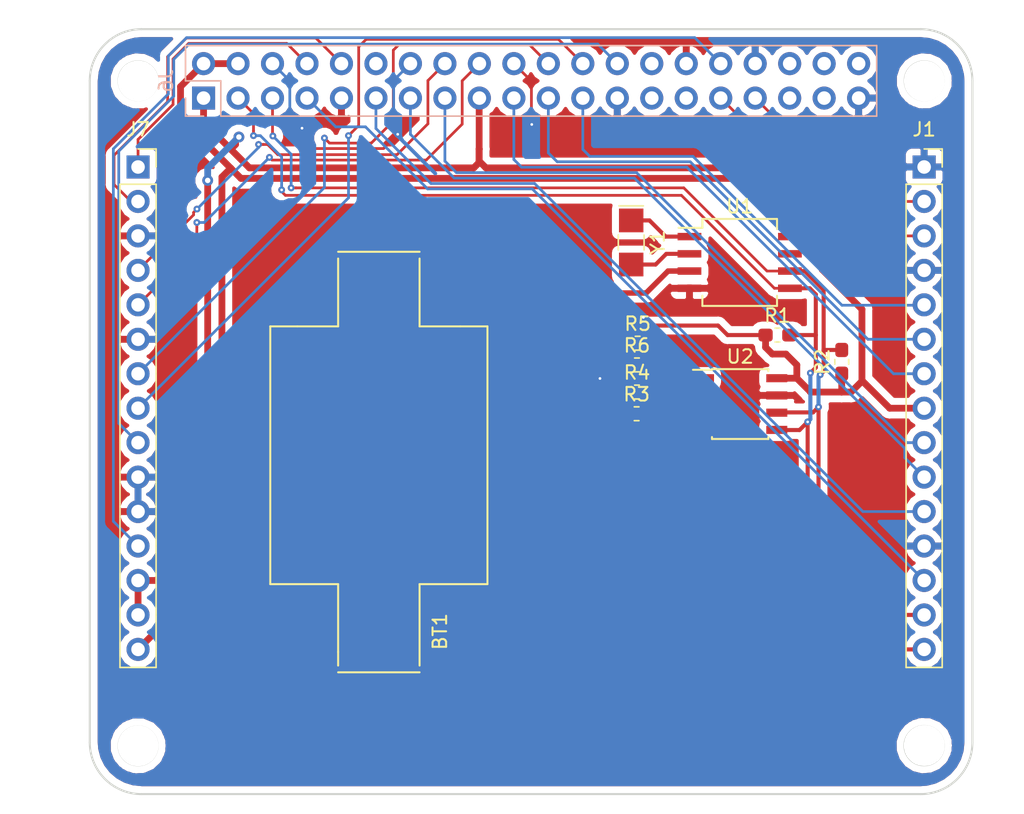
<source format=kicad_pcb>
(kicad_pcb (version 20171130) (host pcbnew "(5.0.0-3-g5ebb6b6)")

  (general
    (thickness 1.6)
    (drawings 12)
    (tracks 305)
    (zones 0)
    (modules 17)
    (nets 28)
  )

  (page A4)
  (layers
    (0 F.Cu signal)
    (31 B.Cu signal)
    (32 B.Adhes user)
    (33 F.Adhes user)
    (34 B.Paste user)
    (35 F.Paste user)
    (36 B.SilkS user)
    (37 F.SilkS user)
    (38 B.Mask user)
    (39 F.Mask user)
    (40 Dwgs.User user)
    (41 Cmts.User user)
    (42 Eco1.User user)
    (43 Eco2.User user)
    (44 Edge.Cuts user)
    (45 Margin user)
    (46 B.CrtYd user)
    (47 F.CrtYd user)
    (48 B.Fab user)
    (49 F.Fab user)
  )

  (setup
    (last_trace_width 0.3)
    (trace_clearance 0.2)
    (zone_clearance 0.508)
    (zone_45_only no)
    (trace_min 0.2)
    (segment_width 0.2)
    (edge_width 0.15)
    (via_size 0.5)
    (via_drill 0.2)
    (via_min_size 0.4)
    (via_min_drill 0.2)
    (uvia_size 0.3)
    (uvia_drill 0.1)
    (uvias_allowed no)
    (uvia_min_size 0.2)
    (uvia_min_drill 0.1)
    (pcb_text_width 0.3)
    (pcb_text_size 1.5 1.5)
    (mod_edge_width 0.15)
    (mod_text_size 1 1)
    (mod_text_width 0.15)
    (pad_size 1.524 1.524)
    (pad_drill 0.762)
    (pad_to_mask_clearance 0.2)
    (aux_axis_origin 0 0)
    (visible_elements FFFFFF7F)
    (pcbplotparams
      (layerselection 0x010fc_ffffffff)
      (usegerberextensions false)
      (usegerberattributes false)
      (usegerberadvancedattributes false)
      (creategerberjobfile false)
      (excludeedgelayer true)
      (linewidth 0.100000)
      (plotframeref false)
      (viasonmask false)
      (mode 1)
      (useauxorigin false)
      (hpglpennumber 1)
      (hpglpenspeed 20)
      (hpglpendiameter 15.000000)
      (psnegative false)
      (psa4output false)
      (plotreference true)
      (plotvalue true)
      (plotinvisibletext false)
      (padsonsilk false)
      (subtractmaskfromsilk false)
      (outputformat 1)
      (mirror false)
      (drillshape 0)
      (scaleselection 1)
      (outputdirectory "Gerber/"))
  )

  (net 0 "")
  (net 1 +3V3)
  (net 2 "Net-(J1-Pad13)")
  (net 3 "Net-(J1-Pad7)")
  (net 4 "Net-(J1-Pad6)")
  (net 5 "Net-(J1-Pad5)")
  (net 6 "Net-(J1-Pad3)")
  (net 7 "Net-(J1-Pad2)")
  (net 8 +5V_J4)
  (net 9 "Net-(J6-Pad8)")
  (net 10 "Net-(J6-Pad10)")
  (net 11 "Net-(J6-Pad16)")
  (net 12 "Net-(J6-Pad18)")
  (net 13 "Net-(J6-Pad22)")
  (net 14 "Net-(J6-Pad24)")
  (net 15 "Net-(J6-Pad26)")
  (net 16 H_SDA)
  (net 17 H_SCL)
  (net 18 "Net-(J1-Pad11)")
  (net 19 "Net-(J1-Pad10)")
  (net 20 "Net-(J1-Pad9)")
  (net 21 GNDD)
  (net 22 "Net-(BT1-Pad1)")
  (net 23 "Net-(U1-Pad1)")
  (net 24 "Net-(U1-Pad2)")
  (net 25 "Net-(J6-Pad32)")
  (net 26 "Net-(R3-Pad2)")
  (net 27 "Net-(R5-Pad2)")

  (net_class Default "This is the default net class."
    (clearance 0.2)
    (trace_width 0.3)
    (via_dia 0.5)
    (via_drill 0.2)
    (uvia_dia 0.3)
    (uvia_drill 0.1)
    (add_net +3V3)
    (add_net +5V_J4)
    (add_net GNDD)
    (add_net H_SCL)
    (add_net H_SDA)
    (add_net "Net-(BT1-Pad1)")
    (add_net "Net-(J1-Pad10)")
    (add_net "Net-(J1-Pad11)")
    (add_net "Net-(J1-Pad13)")
    (add_net "Net-(J1-Pad2)")
    (add_net "Net-(J1-Pad3)")
    (add_net "Net-(J1-Pad5)")
    (add_net "Net-(J1-Pad6)")
    (add_net "Net-(J1-Pad7)")
    (add_net "Net-(J1-Pad9)")
    (add_net "Net-(J6-Pad10)")
    (add_net "Net-(J6-Pad16)")
    (add_net "Net-(J6-Pad18)")
    (add_net "Net-(J6-Pad22)")
    (add_net "Net-(J6-Pad24)")
    (add_net "Net-(J6-Pad26)")
    (add_net "Net-(J6-Pad32)")
    (add_net "Net-(J6-Pad8)")
    (add_net "Net-(R3-Pad2)")
    (add_net "Net-(R5-Pad2)")
    (add_net "Net-(U1-Pad1)")
    (add_net "Net-(U1-Pad2)")
  )

  (module MountingHole:MountingHole_3mm (layer F.Cu) (tedit 5BB6814F) (tstamp 5BC2B6FF)
    (at 148.1 109.95)
    (descr "Mounting Hole 3mm, no annular")
    (tags "mounting hole 3mm no annular")
    (attr virtual)
    (fp_text reference REF** (at 0 -4) (layer F.SilkS) hide
      (effects (font (size 1 1) (thickness 0.15)))
    )
    (fp_text value MountingHole_3mm (at 0 4) (layer F.Fab)
      (effects (font (size 1 1) (thickness 0.15)))
    )
    (fp_text user %R (at 0.3 0) (layer F.Fab)
      (effects (font (size 1 1) (thickness 0.15)))
    )
    (fp_circle (center 0 0) (end 3 0) (layer Cmts.User) (width 0.15))
    (fp_circle (center 0 0) (end 3.25 0) (layer F.CrtYd) (width 0.05))
    (pad 1 np_thru_hole circle (at 0 0) (size 3 3) (drill 3) (layers *.Cu *.Mask))
  )

  (module MountingHole:MountingHole_3mm (layer F.Cu) (tedit 5BB6814F) (tstamp 5BC2B6F1)
    (at 90.175 109.975)
    (descr "Mounting Hole 3mm, no annular")
    (tags "mounting hole 3mm no annular")
    (attr virtual)
    (fp_text reference REF** (at 0 -4) (layer F.SilkS) hide
      (effects (font (size 1 1) (thickness 0.15)))
    )
    (fp_text value MountingHole_3mm (at 0 4) (layer F.Fab)
      (effects (font (size 1 1) (thickness 0.15)))
    )
    (fp_circle (center 0 0) (end 3.25 0) (layer F.CrtYd) (width 0.05))
    (fp_circle (center 0 0) (end 3 0) (layer Cmts.User) (width 0.15))
    (fp_text user %R (at 0.3 0) (layer F.Fab)
      (effects (font (size 1 1) (thickness 0.15)))
    )
    (pad 1 np_thru_hole circle (at 0 0) (size 3 3) (drill 3) (layers *.Cu *.Mask))
  )

  (module MountingHole:MountingHole_3mm (layer F.Cu) (tedit 5BB6814F) (tstamp 5BC2B6E3)
    (at 90.175 60.975)
    (descr "Mounting Hole 3mm, no annular")
    (tags "mounting hole 3mm no annular")
    (attr virtual)
    (fp_text reference REF** (at 0 -4) (layer F.SilkS) hide
      (effects (font (size 1 1) (thickness 0.15)))
    )
    (fp_text value MountingHole_3mm (at 0 4) (layer F.Fab)
      (effects (font (size 1 1) (thickness 0.15)))
    )
    (fp_text user %R (at 0.3 0) (layer F.Fab)
      (effects (font (size 1 1) (thickness 0.15)))
    )
    (fp_circle (center 0 0) (end 3 0) (layer Cmts.User) (width 0.15))
    (fp_circle (center 0 0) (end 3.25 0) (layer F.CrtYd) (width 0.05))
    (pad 1 np_thru_hole circle (at 0 0) (size 3 3) (drill 3) (layers *.Cu *.Mask))
  )

  (module Connector_PinSocket_2.54mm:PinSocket_2x20_P2.54mm_Vertical (layer B.Cu) (tedit 5B8468EC) (tstamp 5B8BCBBF)
    (at 94.996 62.23 270)
    (descr "Through hole straight socket strip, 2x20, 2.54mm pitch, double cols (from Kicad 4.0.7), script generated")
    (tags "Through hole socket strip THT 2x20 2.54mm double row")
    (path /5C27F194)
    (fp_text reference J6 (at -1.27 2.77 270) (layer B.SilkS)
      (effects (font (size 1 1) (thickness 0.15)) (justify mirror))
    )
    (fp_text value Conn_02x20_Odd_Even (at -1.27 -51.03 270) (layer B.Fab) hide
      (effects (font (size 1 1) (thickness 0.15)) (justify mirror))
    )
    (fp_line (start -3.81 1.27) (end 0.27 1.27) (layer B.Fab) (width 0.1))
    (fp_line (start 0.27 1.27) (end 1.27 0.27) (layer B.Fab) (width 0.1))
    (fp_line (start 1.27 0.27) (end 1.27 -49.53) (layer B.Fab) (width 0.1))
    (fp_line (start 1.27 -49.53) (end -3.81 -49.53) (layer B.Fab) (width 0.1))
    (fp_line (start -3.81 -49.53) (end -3.81 1.27) (layer B.Fab) (width 0.1))
    (fp_line (start -3.87 1.33) (end -1.27 1.33) (layer B.SilkS) (width 0.12))
    (fp_line (start -3.87 1.33) (end -3.87 -49.59) (layer B.SilkS) (width 0.12))
    (fp_line (start -3.87 -49.59) (end 1.33 -49.59) (layer B.SilkS) (width 0.12))
    (fp_line (start 1.33 -1.27) (end 1.33 -49.59) (layer B.SilkS) (width 0.12))
    (fp_line (start -1.27 -1.27) (end 1.33 -1.27) (layer B.SilkS) (width 0.12))
    (fp_line (start -1.27 1.33) (end -1.27 -1.27) (layer B.SilkS) (width 0.12))
    (fp_line (start 1.33 1.33) (end 1.33 0) (layer B.SilkS) (width 0.12))
    (fp_line (start 0 1.33) (end 1.33 1.33) (layer B.SilkS) (width 0.12))
    (fp_line (start -4.34 1.8) (end 1.76 1.8) (layer B.CrtYd) (width 0.05))
    (fp_line (start 1.76 1.8) (end 1.76 -50) (layer B.CrtYd) (width 0.05))
    (fp_line (start 1.76 -50) (end -4.34 -50) (layer B.CrtYd) (width 0.05))
    (fp_line (start -4.34 -50) (end -4.34 1.8) (layer B.CrtYd) (width 0.05))
    (fp_text user %R (at -1.27 -24.13 180) (layer B.Fab)
      (effects (font (size 1 1) (thickness 0.15)) (justify mirror))
    )
    (pad 1 thru_hole rect (at 0 0 270) (size 1.7 1.7) (drill 1) (layers *.Cu *.Mask)
      (net 1 +3V3))
    (pad 2 thru_hole oval (at -2.54 0 270) (size 1.7 1.7) (drill 1) (layers *.Cu *.Mask)
      (net 8 +5V_J4))
    (pad 3 thru_hole oval (at 0 -2.54 270) (size 1.7 1.7) (drill 1) (layers *.Cu *.Mask)
      (net 16 H_SDA))
    (pad 4 thru_hole oval (at -2.54 -2.54 270) (size 1.7 1.7) (drill 1) (layers *.Cu *.Mask)
      (net 8 +5V_J4))
    (pad 5 thru_hole oval (at 0 -5.08 270) (size 1.7 1.7) (drill 1) (layers *.Cu *.Mask)
      (net 17 H_SCL))
    (pad 6 thru_hole oval (at -2.54 -5.08 270) (size 1.7 1.7) (drill 1) (layers *.Cu *.Mask)
      (net 21 GNDD))
    (pad 7 thru_hole oval (at 0 -7.62 270) (size 1.7 1.7) (drill 1) (layers *.Cu *.Mask)
      (net 2 "Net-(J1-Pad13)"))
    (pad 8 thru_hole oval (at -2.54 -7.62 270) (size 1.7 1.7) (drill 1) (layers *.Cu *.Mask)
      (net 9 "Net-(J6-Pad8)"))
    (pad 9 thru_hole oval (at 0 -10.16 270) (size 1.7 1.7) (drill 1) (layers *.Cu *.Mask)
      (net 21 GNDD))
    (pad 10 thru_hole oval (at -2.54 -10.16 270) (size 1.7 1.7) (drill 1) (layers *.Cu *.Mask)
      (net 10 "Net-(J6-Pad10)"))
    (pad 11 thru_hole oval (at 0 -12.7 270) (size 1.7 1.7) (drill 1) (layers *.Cu *.Mask)
      (net 18 "Net-(J1-Pad11)"))
    (pad 12 thru_hole oval (at -2.54 -12.7 270) (size 1.7 1.7) (drill 1) (layers *.Cu *.Mask))
    (pad 13 thru_hole oval (at 0 -15.24 270) (size 1.7 1.7) (drill 1) (layers *.Cu *.Mask)
      (net 19 "Net-(J1-Pad10)"))
    (pad 14 thru_hole oval (at -2.54 -15.24 270) (size 1.7 1.7) (drill 1) (layers *.Cu *.Mask)
      (net 21 GNDD))
    (pad 15 thru_hole oval (at 0 -17.78 270) (size 1.7 1.7) (drill 1) (layers *.Cu *.Mask)
      (net 20 "Net-(J1-Pad9)"))
    (pad 16 thru_hole oval (at -2.54 -17.78 270) (size 1.7 1.7) (drill 1) (layers *.Cu *.Mask)
      (net 11 "Net-(J6-Pad16)"))
    (pad 17 thru_hole oval (at 0 -20.32 270) (size 1.7 1.7) (drill 1) (layers *.Cu *.Mask)
      (net 1 +3V3))
    (pad 18 thru_hole oval (at -2.54 -20.32 270) (size 1.7 1.7) (drill 1) (layers *.Cu *.Mask)
      (net 12 "Net-(J6-Pad18)"))
    (pad 19 thru_hole oval (at 0 -22.86 270) (size 1.7 1.7) (drill 1) (layers *.Cu *.Mask)
      (net 3 "Net-(J1-Pad7)"))
    (pad 20 thru_hole oval (at -2.54 -22.86 270) (size 1.7 1.7) (drill 1) (layers *.Cu *.Mask)
      (net 21 GNDD))
    (pad 21 thru_hole oval (at 0 -25.4 270) (size 1.7 1.7) (drill 1) (layers *.Cu *.Mask)
      (net 4 "Net-(J1-Pad6)"))
    (pad 22 thru_hole oval (at -2.54 -25.4 270) (size 1.7 1.7) (drill 1) (layers *.Cu *.Mask)
      (net 13 "Net-(J6-Pad22)"))
    (pad 23 thru_hole oval (at 0 -27.94 270) (size 1.7 1.7) (drill 1) (layers *.Cu *.Mask)
      (net 5 "Net-(J1-Pad5)"))
    (pad 24 thru_hole oval (at -2.54 -27.94 270) (size 1.7 1.7) (drill 1) (layers *.Cu *.Mask)
      (net 14 "Net-(J6-Pad24)"))
    (pad 25 thru_hole oval (at 0 -30.48 270) (size 1.7 1.7) (drill 1) (layers *.Cu *.Mask)
      (net 21 GNDD))
    (pad 26 thru_hole oval (at -2.54 -30.48 270) (size 1.7 1.7) (drill 1) (layers *.Cu *.Mask)
      (net 15 "Net-(J6-Pad26)"))
    (pad 27 thru_hole oval (at 0 -33.02 270) (size 1.7 1.7) (drill 1) (layers *.Cu *.Mask))
    (pad 28 thru_hole oval (at -2.54 -33.02 270) (size 1.7 1.7) (drill 1) (layers *.Cu *.Mask))
    (pad 29 thru_hole oval (at 0 -35.56 270) (size 1.7 1.7) (drill 1) (layers *.Cu *.Mask))
    (pad 30 thru_hole oval (at -2.54 -35.56 270) (size 1.7 1.7) (drill 1) (layers *.Cu *.Mask)
      (net 21 GNDD))
    (pad 31 thru_hole oval (at 0 -38.1 270) (size 1.7 1.7) (drill 1) (layers *.Cu *.Mask)
      (net 6 "Net-(J1-Pad3)"))
    (pad 32 thru_hole oval (at -2.54 -38.1 270) (size 1.7 1.7) (drill 1) (layers *.Cu *.Mask)
      (net 25 "Net-(J6-Pad32)"))
    (pad 33 thru_hole oval (at 0 -40.64 270) (size 1.7 1.7) (drill 1) (layers *.Cu *.Mask)
      (net 7 "Net-(J1-Pad2)"))
    (pad 34 thru_hole oval (at -2.54 -40.64 270) (size 1.7 1.7) (drill 1) (layers *.Cu *.Mask)
      (net 21 GNDD))
    (pad 35 thru_hole oval (at 0 -43.18 270) (size 1.7 1.7) (drill 1) (layers *.Cu *.Mask))
    (pad 36 thru_hole oval (at -2.54 -43.18 270) (size 1.7 1.7) (drill 1) (layers *.Cu *.Mask))
    (pad 37 thru_hole oval (at 0 -45.72 270) (size 1.7 1.7) (drill 1) (layers *.Cu *.Mask))
    (pad 38 thru_hole oval (at -2.54 -45.72 270) (size 1.7 1.7) (drill 1) (layers *.Cu *.Mask))
    (pad 39 thru_hole oval (at 0 -48.26 270) (size 1.7 1.7) (drill 1) (layers *.Cu *.Mask)
      (net 21 GNDD))
    (pad 40 thru_hole oval (at -2.54 -48.26 270) (size 1.7 1.7) (drill 1) (layers *.Cu *.Mask))
    (model ${KISYS3DMOD}/Connector_PinSocket_2.54mm.3dshapes/PinSocket_2x20_P2.54mm_Vertical.wrl
      (at (xyz 0 0 0))
      (scale (xyz 1 1 1))
      (rotate (xyz 0 0 0))
    )
  )

  (module Connector_PinSocket_2.54mm:PinSocket_1x15_P2.54mm_Vertical (layer F.Cu) (tedit 5B7F9CD3) (tstamp 5B871F87)
    (at 148.082 67.31)
    (descr "Through hole straight socket strip, 1x15, 2.54mm pitch, single row (from Kicad 4.0.7), script generated")
    (tags "Through hole socket strip THT 1x15 2.54mm single row")
    (path /5C43A426)
    (fp_text reference J1 (at 0 -2.77) (layer F.SilkS)
      (effects (font (size 1 1) (thickness 0.15)))
    )
    (fp_text value Conn_01x15 (at 0 38.33) (layer F.Fab) hide
      (effects (font (size 1 1) (thickness 0.15)))
    )
    (fp_text user %R (at 0 17.78 90) (layer F.Fab)
      (effects (font (size 1 1) (thickness 0.15)))
    )
    (fp_line (start -1.8 37.3) (end -1.8 -1.8) (layer F.CrtYd) (width 0.05))
    (fp_line (start 1.75 37.3) (end -1.8 37.3) (layer F.CrtYd) (width 0.05))
    (fp_line (start 1.75 -1.8) (end 1.75 37.3) (layer F.CrtYd) (width 0.05))
    (fp_line (start -1.8 -1.8) (end 1.75 -1.8) (layer F.CrtYd) (width 0.05))
    (fp_line (start 0 -1.33) (end 1.33 -1.33) (layer F.SilkS) (width 0.12))
    (fp_line (start 1.33 -1.33) (end 1.33 0) (layer F.SilkS) (width 0.12))
    (fp_line (start 1.33 1.27) (end 1.33 36.89) (layer F.SilkS) (width 0.12))
    (fp_line (start -1.33 36.89) (end 1.33 36.89) (layer F.SilkS) (width 0.12))
    (fp_line (start -1.33 1.27) (end -1.33 36.89) (layer F.SilkS) (width 0.12))
    (fp_line (start -1.33 1.27) (end 1.33 1.27) (layer F.SilkS) (width 0.12))
    (fp_line (start -1.27 36.83) (end -1.27 -1.27) (layer F.Fab) (width 0.1))
    (fp_line (start 1.27 36.83) (end -1.27 36.83) (layer F.Fab) (width 0.1))
    (fp_line (start 1.27 -0.635) (end 1.27 36.83) (layer F.Fab) (width 0.1))
    (fp_line (start 0.635 -1.27) (end 1.27 -0.635) (layer F.Fab) (width 0.1))
    (fp_line (start -1.27 -1.27) (end 0.635 -1.27) (layer F.Fab) (width 0.1))
    (pad 15 thru_hole oval (at 0 35.56) (size 1.7 1.7) (drill 1) (layers *.Cu *.Mask)
      (net 16 H_SDA))
    (pad 14 thru_hole oval (at 0 33.02) (size 1.7 1.7) (drill 1) (layers *.Cu *.Mask)
      (net 17 H_SCL))
    (pad 13 thru_hole oval (at 0 30.48) (size 1.7 1.7) (drill 1) (layers *.Cu *.Mask)
      (net 2 "Net-(J1-Pad13)"))
    (pad 12 thru_hole oval (at 0 27.94) (size 1.7 1.7) (drill 1) (layers *.Cu *.Mask)
      (net 21 GNDD))
    (pad 11 thru_hole oval (at 0 25.4) (size 1.7 1.7) (drill 1) (layers *.Cu *.Mask)
      (net 18 "Net-(J1-Pad11)"))
    (pad 10 thru_hole oval (at 0 22.86) (size 1.7 1.7) (drill 1) (layers *.Cu *.Mask)
      (net 19 "Net-(J1-Pad10)"))
    (pad 9 thru_hole oval (at 0 20.32) (size 1.7 1.7) (drill 1) (layers *.Cu *.Mask)
      (net 20 "Net-(J1-Pad9)"))
    (pad 8 thru_hole oval (at 0 17.78) (size 1.7 1.7) (drill 1) (layers *.Cu *.Mask)
      (net 1 +3V3))
    (pad 7 thru_hole oval (at 0 15.24) (size 1.7 1.7) (drill 1) (layers *.Cu *.Mask)
      (net 3 "Net-(J1-Pad7)"))
    (pad 6 thru_hole oval (at 0 12.7) (size 1.7 1.7) (drill 1) (layers *.Cu *.Mask)
      (net 4 "Net-(J1-Pad6)"))
    (pad 5 thru_hole oval (at 0 10.16) (size 1.7 1.7) (drill 1) (layers *.Cu *.Mask)
      (net 5 "Net-(J1-Pad5)"))
    (pad 4 thru_hole oval (at 0 7.62) (size 1.7 1.7) (drill 1) (layers *.Cu *.Mask)
      (net 21 GNDD))
    (pad 3 thru_hole oval (at 0 5.08) (size 1.7 1.7) (drill 1) (layers *.Cu *.Mask)
      (net 6 "Net-(J1-Pad3)"))
    (pad 2 thru_hole oval (at 0 2.54) (size 1.7 1.7) (drill 1) (layers *.Cu *.Mask)
      (net 7 "Net-(J1-Pad2)"))
    (pad 1 thru_hole rect (at 0 0) (size 1.7 1.7) (drill 1) (layers *.Cu *.Mask)
      (net 21 GNDD))
    (model ${KISYS3DMOD}/Connector_PinSocket_2.54mm.3dshapes/PinSocket_1x15_P2.54mm_Vertical.wrl
      (at (xyz 0 0 0))
      (scale (xyz 1 1 1))
      (rotate (xyz 0 0 0))
    )
  )

  (module Connector_PinSocket_2.54mm:PinSocket_1x15_P2.54mm_Vertical (layer F.Cu) (tedit 5B7F27C8) (tstamp 5B8505C5)
    (at 90.17 67.31)
    (descr "Through hole straight socket strip, 1x15, 2.54mm pitch, single row (from Kicad 4.0.7), script generated")
    (tags "Through hole socket strip THT 1x15 2.54mm single row")
    (path /5C43A331)
    (fp_text reference J7 (at 0 -2.77) (layer F.SilkS)
      (effects (font (size 1 1) (thickness 0.15)))
    )
    (fp_text value Conn_01x15 (at 0 38.33) (layer F.Fab)
      (effects (font (size 1 1) (thickness 0.15)))
    )
    (fp_line (start -1.27 -1.27) (end 0.635 -1.27) (layer F.Fab) (width 0.1))
    (fp_line (start 0.635 -1.27) (end 1.27 -0.635) (layer F.Fab) (width 0.1))
    (fp_line (start 1.27 -0.635) (end 1.27 36.83) (layer F.Fab) (width 0.1))
    (fp_line (start 1.27 36.83) (end -1.27 36.83) (layer F.Fab) (width 0.1))
    (fp_line (start -1.27 36.83) (end -1.27 -1.27) (layer F.Fab) (width 0.1))
    (fp_line (start -1.33 1.27) (end 1.33 1.27) (layer F.SilkS) (width 0.12))
    (fp_line (start -1.33 1.27) (end -1.33 36.89) (layer F.SilkS) (width 0.12))
    (fp_line (start -1.33 36.89) (end 1.33 36.89) (layer F.SilkS) (width 0.12))
    (fp_line (start 1.33 1.27) (end 1.33 36.89) (layer F.SilkS) (width 0.12))
    (fp_line (start 1.33 -1.33) (end 1.33 0) (layer F.SilkS) (width 0.12))
    (fp_line (start 0 -1.33) (end 1.33 -1.33) (layer F.SilkS) (width 0.12))
    (fp_line (start -1.8 -1.8) (end 1.75 -1.8) (layer F.CrtYd) (width 0.05))
    (fp_line (start 1.75 -1.8) (end 1.75 37.3) (layer F.CrtYd) (width 0.05))
    (fp_line (start 1.75 37.3) (end -1.8 37.3) (layer F.CrtYd) (width 0.05))
    (fp_line (start -1.8 37.3) (end -1.8 -1.8) (layer F.CrtYd) (width 0.05))
    (fp_text user %R (at 0 17.78 90) (layer F.Fab)
      (effects (font (size 1 1) (thickness 0.15)))
    )
    (pad 1 thru_hole rect (at 0 0) (size 1.7 1.7) (drill 1) (layers *.Cu *.Mask)
      (net 9 "Net-(J6-Pad8)"))
    (pad 2 thru_hole oval (at 0 2.54) (size 1.7 1.7) (drill 1) (layers *.Cu *.Mask)
      (net 10 "Net-(J6-Pad10)"))
    (pad 3 thru_hole oval (at 0 5.08) (size 1.7 1.7) (drill 1) (layers *.Cu *.Mask)
      (net 21 GNDD))
    (pad 4 thru_hole oval (at 0 7.62) (size 1.7 1.7) (drill 1) (layers *.Cu *.Mask)
      (net 11 "Net-(J6-Pad16)"))
    (pad 5 thru_hole oval (at 0 10.16) (size 1.7 1.7) (drill 1) (layers *.Cu *.Mask)
      (net 12 "Net-(J6-Pad18)"))
    (pad 6 thru_hole oval (at 0 12.7) (size 1.7 1.7) (drill 1) (layers *.Cu *.Mask)
      (net 21 GNDD))
    (pad 7 thru_hole oval (at 0 15.24) (size 1.7 1.7) (drill 1) (layers *.Cu *.Mask)
      (net 13 "Net-(J6-Pad22)"))
    (pad 8 thru_hole oval (at 0 17.78) (size 1.7 1.7) (drill 1) (layers *.Cu *.Mask)
      (net 14 "Net-(J6-Pad24)"))
    (pad 9 thru_hole oval (at 0 20.32) (size 1.7 1.7) (drill 1) (layers *.Cu *.Mask)
      (net 15 "Net-(J6-Pad26)"))
    (pad 10 thru_hole oval (at 0 22.86) (size 1.7 1.7) (drill 1) (layers *.Cu *.Mask)
      (net 21 GNDD))
    (pad 11 thru_hole oval (at 0 25.4) (size 1.7 1.7) (drill 1) (layers *.Cu *.Mask)
      (net 21 GNDD))
    (pad 12 thru_hole oval (at 0 27.94) (size 1.7 1.7) (drill 1) (layers *.Cu *.Mask)
      (net 25 "Net-(J6-Pad32)"))
    (pad 13 thru_hole oval (at 0 30.48) (size 1.7 1.7) (drill 1) (layers *.Cu *.Mask)
      (net 1 +3V3))
    (pad 14 thru_hole oval (at 0 33.02) (size 1.7 1.7) (drill 1) (layers *.Cu *.Mask)
      (net 1 +3V3))
    (pad 15 thru_hole oval (at 0 35.56) (size 1.7 1.7) (drill 1) (layers *.Cu *.Mask)
      (net 8 +5V_J4))
    (model ${KISYS3DMOD}/Connector_PinSocket_2.54mm.3dshapes/PinSocket_1x15_P2.54mm_Vertical.wrl
      (at (xyz 0 0 0))
      (scale (xyz 1 1 1))
      (rotate (xyz 0 0 0))
    )
  )

  (module Resistor_SMD:R_0603_1608Metric_Pad1.05x0.95mm_HandSolder (layer F.Cu) (tedit 5B301BBD) (tstamp 5BB0D9BB)
    (at 137.275 79.7)
    (descr "Resistor SMD 0603 (1608 Metric), square (rectangular) end terminal, IPC_7351 nominal with elongated pad for handsoldering. (Body size source: http://www.tortai-tech.com/upload/download/2011102023233369053.pdf), generated with kicad-footprint-generator")
    (tags "resistor handsolder")
    (path /5BABA313)
    (attr smd)
    (fp_text reference R1 (at 0 -1.43) (layer F.SilkS)
      (effects (font (size 1 1) (thickness 0.15)))
    )
    (fp_text value 1K (at 0 1.43) (layer F.Fab)
      (effects (font (size 1 1) (thickness 0.15)))
    )
    (fp_line (start -0.8 0.4) (end -0.8 -0.4) (layer F.Fab) (width 0.1))
    (fp_line (start -0.8 -0.4) (end 0.8 -0.4) (layer F.Fab) (width 0.1))
    (fp_line (start 0.8 -0.4) (end 0.8 0.4) (layer F.Fab) (width 0.1))
    (fp_line (start 0.8 0.4) (end -0.8 0.4) (layer F.Fab) (width 0.1))
    (fp_line (start -0.171267 -0.51) (end 0.171267 -0.51) (layer F.SilkS) (width 0.12))
    (fp_line (start -0.171267 0.51) (end 0.171267 0.51) (layer F.SilkS) (width 0.12))
    (fp_line (start -1.65 0.73) (end -1.65 -0.73) (layer F.CrtYd) (width 0.05))
    (fp_line (start -1.65 -0.73) (end 1.65 -0.73) (layer F.CrtYd) (width 0.05))
    (fp_line (start 1.65 -0.73) (end 1.65 0.73) (layer F.CrtYd) (width 0.05))
    (fp_line (start 1.65 0.73) (end -1.65 0.73) (layer F.CrtYd) (width 0.05))
    (fp_text user %R (at 0 0) (layer F.Fab)
      (effects (font (size 0.4 0.4) (thickness 0.06)))
    )
    (pad 1 smd roundrect (at -0.875 0) (size 1.05 0.95) (layers F.Cu F.Paste F.Mask) (roundrect_rratio 0.25)
      (net 1 +3V3))
    (pad 2 smd roundrect (at 0.875 0) (size 1.05 0.95) (layers F.Cu F.Paste F.Mask) (roundrect_rratio 0.25)
      (net 16 H_SDA))
    (model ${KISYS3DMOD}/Resistor_SMD.3dshapes/R_0603_1608Metric.wrl
      (at (xyz 0 0 0))
      (scale (xyz 1 1 1))
      (rotate (xyz 0 0 0))
    )
  )

  (module Resistor_SMD:R_0603_1608Metric_Pad1.05x0.95mm_HandSolder (layer F.Cu) (tedit 5B301BBD) (tstamp 5BB0D9CC)
    (at 142.0114 81.6724 90)
    (descr "Resistor SMD 0603 (1608 Metric), square (rectangular) end terminal, IPC_7351 nominal with elongated pad for handsoldering. (Body size source: http://www.tortai-tech.com/upload/download/2011102023233369053.pdf), generated with kicad-footprint-generator")
    (tags "resistor handsolder")
    (path /5BAD39C2)
    (attr smd)
    (fp_text reference R2 (at 0 -1.43 90) (layer F.SilkS)
      (effects (font (size 1 1) (thickness 0.15)))
    )
    (fp_text value 1K (at 0 1.43 90) (layer F.Fab)
      (effects (font (size 1 1) (thickness 0.15)))
    )
    (fp_text user %R (at 0 0 90) (layer F.Fab)
      (effects (font (size 0.4 0.4) (thickness 0.06)))
    )
    (fp_line (start 1.65 0.73) (end -1.65 0.73) (layer F.CrtYd) (width 0.05))
    (fp_line (start 1.65 -0.73) (end 1.65 0.73) (layer F.CrtYd) (width 0.05))
    (fp_line (start -1.65 -0.73) (end 1.65 -0.73) (layer F.CrtYd) (width 0.05))
    (fp_line (start -1.65 0.73) (end -1.65 -0.73) (layer F.CrtYd) (width 0.05))
    (fp_line (start -0.171267 0.51) (end 0.171267 0.51) (layer F.SilkS) (width 0.12))
    (fp_line (start -0.171267 -0.51) (end 0.171267 -0.51) (layer F.SilkS) (width 0.12))
    (fp_line (start 0.8 0.4) (end -0.8 0.4) (layer F.Fab) (width 0.1))
    (fp_line (start 0.8 -0.4) (end 0.8 0.4) (layer F.Fab) (width 0.1))
    (fp_line (start -0.8 -0.4) (end 0.8 -0.4) (layer F.Fab) (width 0.1))
    (fp_line (start -0.8 0.4) (end -0.8 -0.4) (layer F.Fab) (width 0.1))
    (pad 2 smd roundrect (at 0.875 0 90) (size 1.05 0.95) (layers F.Cu F.Paste F.Mask) (roundrect_rratio 0.25)
      (net 17 H_SCL))
    (pad 1 smd roundrect (at -0.875 0 90) (size 1.05 0.95) (layers F.Cu F.Paste F.Mask) (roundrect_rratio 0.25)
      (net 1 +3V3))
    (model ${KISYS3DMOD}/Resistor_SMD.3dshapes/R_0603_1608Metric.wrl
      (at (xyz 0 0 0))
      (scale (xyz 1 1 1))
      (rotate (xyz 0 0 0))
    )
  )

  (module Package_SO:SO-8_5.3x6.2mm_P1.27mm (layer F.Cu) (tedit 5A02F2D3) (tstamp 5BB0D9E9)
    (at 134.493 74.3458)
    (descr "8-Lead Plastic Small Outline, 5.3x6.2mm Body (http://www.ti.com.cn/cn/lit/ds/symlink/tl7705a.pdf)")
    (tags "SOIC 1.27")
    (path /5BA8E775)
    (attr smd)
    (fp_text reference U1 (at 0 -4.13) (layer F.SilkS)
      (effects (font (size 1 1) (thickness 0.15)))
    )
    (fp_text value DS1307Z+ (at 0 4.13) (layer F.Fab)
      (effects (font (size 1 1) (thickness 0.15)))
    )
    (fp_text user %R (at 0 0) (layer F.Fab)
      (effects (font (size 1 1) (thickness 0.15)))
    )
    (fp_line (start -1.65 -3.1) (end 2.65 -3.1) (layer F.Fab) (width 0.15))
    (fp_line (start 2.65 -3.1) (end 2.65 3.1) (layer F.Fab) (width 0.15))
    (fp_line (start 2.65 3.1) (end -2.65 3.1) (layer F.Fab) (width 0.15))
    (fp_line (start -2.65 3.1) (end -2.65 -2.1) (layer F.Fab) (width 0.15))
    (fp_line (start -2.65 -2.1) (end -1.65 -3.1) (layer F.Fab) (width 0.15))
    (fp_line (start -4.83 -3.35) (end -4.83 3.35) (layer F.CrtYd) (width 0.05))
    (fp_line (start 4.83 -3.35) (end 4.83 3.35) (layer F.CrtYd) (width 0.05))
    (fp_line (start -4.83 -3.35) (end 4.83 -3.35) (layer F.CrtYd) (width 0.05))
    (fp_line (start -4.83 3.35) (end 4.83 3.35) (layer F.CrtYd) (width 0.05))
    (fp_line (start -2.75 -3.205) (end -2.75 -2.55) (layer F.SilkS) (width 0.15))
    (fp_line (start 2.75 -3.205) (end 2.75 -2.455) (layer F.SilkS) (width 0.15))
    (fp_line (start 2.75 3.205) (end 2.75 2.455) (layer F.SilkS) (width 0.15))
    (fp_line (start -2.75 3.205) (end -2.75 2.455) (layer F.SilkS) (width 0.15))
    (fp_line (start -2.75 -3.205) (end 2.75 -3.205) (layer F.SilkS) (width 0.15))
    (fp_line (start -2.75 3.205) (end 2.75 3.205) (layer F.SilkS) (width 0.15))
    (fp_line (start -2.75 -2.55) (end -4.5 -2.55) (layer F.SilkS) (width 0.15))
    (pad 1 smd rect (at -3.7 -1.905) (size 1.75 0.55) (layers F.Cu F.Paste F.Mask)
      (net 23 "Net-(U1-Pad1)"))
    (pad 2 smd rect (at -3.7 -0.635) (size 1.75 0.55) (layers F.Cu F.Paste F.Mask)
      (net 24 "Net-(U1-Pad2)"))
    (pad 3 smd rect (at -3.7 0.635) (size 1.75 0.55) (layers F.Cu F.Paste F.Mask)
      (net 22 "Net-(BT1-Pad1)"))
    (pad 4 smd rect (at -3.7 1.905) (size 1.75 0.55) (layers F.Cu F.Paste F.Mask)
      (net 21 GNDD))
    (pad 5 smd rect (at 3.7 1.905) (size 1.75 0.55) (layers F.Cu F.Paste F.Mask)
      (net 16 H_SDA))
    (pad 6 smd rect (at 3.7 0.635) (size 1.75 0.55) (layers F.Cu F.Paste F.Mask)
      (net 17 H_SCL))
    (pad 7 smd rect (at 3.7 -0.635) (size 1.75 0.55) (layers F.Cu F.Paste F.Mask))
    (pad 8 smd rect (at 3.7 -1.905) (size 1.75 0.55) (layers F.Cu F.Paste F.Mask)
      (net 8 +5V_J4))
    (model ${KISYS3DMOD}/Package_SO.3dshapes/SO-8_5.3x6.2mm_P1.27mm.wrl
      (at (xyz 0 0 0))
      (scale (xyz 1 1 1))
      (rotate (xyz 0 0 0))
    )
  )

  (module Package_SO:SOIC-8_3.9x4.9mm_P1.27mm (layer F.Cu) (tedit 5A02F2D3) (tstamp 5BB0DA06)
    (at 134.526 84.7852)
    (descr "8-Lead Plastic Small Outline (SN) - Narrow, 3.90 mm Body [SOIC] (see Microchip Packaging Specification 00000049BS.pdf)")
    (tags "SOIC 1.27")
    (path /5BA91B7A)
    (attr smd)
    (fp_text reference U2 (at 0 -3.5) (layer F.SilkS)
      (effects (font (size 1 1) (thickness 0.15)))
    )
    (fp_text value AT24C512 (at 0 3.5) (layer F.Fab)
      (effects (font (size 1 1) (thickness 0.15)))
    )
    (fp_text user %R (at 0 0) (layer F.Fab)
      (effects (font (size 1 1) (thickness 0.15)))
    )
    (fp_line (start -0.95 -2.45) (end 1.95 -2.45) (layer F.Fab) (width 0.1))
    (fp_line (start 1.95 -2.45) (end 1.95 2.45) (layer F.Fab) (width 0.1))
    (fp_line (start 1.95 2.45) (end -1.95 2.45) (layer F.Fab) (width 0.1))
    (fp_line (start -1.95 2.45) (end -1.95 -1.45) (layer F.Fab) (width 0.1))
    (fp_line (start -1.95 -1.45) (end -0.95 -2.45) (layer F.Fab) (width 0.1))
    (fp_line (start -3.73 -2.7) (end -3.73 2.7) (layer F.CrtYd) (width 0.05))
    (fp_line (start 3.73 -2.7) (end 3.73 2.7) (layer F.CrtYd) (width 0.05))
    (fp_line (start -3.73 -2.7) (end 3.73 -2.7) (layer F.CrtYd) (width 0.05))
    (fp_line (start -3.73 2.7) (end 3.73 2.7) (layer F.CrtYd) (width 0.05))
    (fp_line (start -2.075 -2.575) (end -2.075 -2.525) (layer F.SilkS) (width 0.15))
    (fp_line (start 2.075 -2.575) (end 2.075 -2.43) (layer F.SilkS) (width 0.15))
    (fp_line (start 2.075 2.575) (end 2.075 2.43) (layer F.SilkS) (width 0.15))
    (fp_line (start -2.075 2.575) (end -2.075 2.43) (layer F.SilkS) (width 0.15))
    (fp_line (start -2.075 -2.575) (end 2.075 -2.575) (layer F.SilkS) (width 0.15))
    (fp_line (start -2.075 2.575) (end 2.075 2.575) (layer F.SilkS) (width 0.15))
    (fp_line (start -2.075 -2.525) (end -3.475 -2.525) (layer F.SilkS) (width 0.15))
    (pad 1 smd rect (at -2.7 -1.905) (size 1.55 0.6) (layers F.Cu F.Paste F.Mask)
      (net 27 "Net-(R5-Pad2)"))
    (pad 2 smd rect (at -2.7 -0.635) (size 1.55 0.6) (layers F.Cu F.Paste F.Mask)
      (net 26 "Net-(R3-Pad2)"))
    (pad 3 smd rect (at -2.7 0.635) (size 1.55 0.6) (layers F.Cu F.Paste F.Mask)
      (net 21 GNDD))
    (pad 4 smd rect (at -2.7 1.905) (size 1.55 0.6) (layers F.Cu F.Paste F.Mask)
      (net 21 GNDD))
    (pad 5 smd rect (at 2.7 1.905) (size 1.55 0.6) (layers F.Cu F.Paste F.Mask)
      (net 16 H_SDA))
    (pad 6 smd rect (at 2.7 0.635) (size 1.55 0.6) (layers F.Cu F.Paste F.Mask)
      (net 17 H_SCL))
    (pad 7 smd rect (at 2.7 -0.635) (size 1.55 0.6) (layers F.Cu F.Paste F.Mask)
      (net 21 GNDD))
    (pad 8 smd rect (at 2.7 -1.905) (size 1.55 0.6) (layers F.Cu F.Paste F.Mask)
      (net 1 +3V3))
    (model ${KISYS3DMOD}/Package_SO.3dshapes/SOIC-8_3.9x4.9mm_P1.27mm.wrl
      (at (xyz 0 0 0))
      (scale (xyz 1 1 1))
      (rotate (xyz 0 0 0))
    )
  )

  (module Crystal:Crystal_SMD_G8-2Pin_3.2x1.5mm_HandSoldering (layer F.Cu) (tedit 5A0FD1B2) (tstamp 5BBCA1ED)
    (at 126.5 72.875 270)
    (descr "SMD Crystal G8, hand-soldering, 3.2x1.5mm^2 package")
    (tags "SMD SMT crystal hand-soldering")
    (path /5BAA5D77)
    (attr smd)
    (fp_text reference Y1 (at 0 -1.95 270) (layer F.SilkS)
      (effects (font (size 1 1) (thickness 0.15)))
    )
    (fp_text value 32.768Kz (at 0 1.95 270) (layer F.Fab)
      (effects (font (size 1 1) (thickness 0.15)))
    )
    (fp_text user %R (at 0 0 270) (layer F.Fab)
      (effects (font (size 0.7 0.7) (thickness 0.105)))
    )
    (fp_line (start -1.6 -0.75) (end -1.6 0.75) (layer F.Fab) (width 0.1))
    (fp_line (start -1.6 0.75) (end 1.6 0.75) (layer F.Fab) (width 0.1))
    (fp_line (start 1.6 0.75) (end 1.6 -0.75) (layer F.Fab) (width 0.1))
    (fp_line (start 1.6 -0.75) (end -1.6 -0.75) (layer F.Fab) (width 0.1))
    (fp_line (start -1.6 0.25) (end -1.1 0.75) (layer F.Fab) (width 0.1))
    (fp_line (start -0.55 -0.95) (end 0.55 -0.95) (layer F.SilkS) (width 0.12))
    (fp_line (start -0.55 0.95) (end 0.55 0.95) (layer F.SilkS) (width 0.12))
    (fp_line (start -2.7 -0.9) (end -2.7 0.9) (layer F.SilkS) (width 0.12))
    (fp_line (start -2.8 -1.2) (end -2.8 1.2) (layer F.CrtYd) (width 0.05))
    (fp_line (start -2.8 1.2) (end 2.8 1.2) (layer F.CrtYd) (width 0.05))
    (fp_line (start 2.8 1.2) (end 2.8 -1.2) (layer F.CrtYd) (width 0.05))
    (fp_line (start 2.8 -1.2) (end -2.8 -1.2) (layer F.CrtYd) (width 0.05))
    (fp_circle (center 0 0) (end 0.25 0) (layer F.Adhes) (width 0.1))
    (fp_circle (center 0 0) (end 0.208333 0) (layer F.Adhes) (width 0.083333))
    (fp_circle (center 0 0) (end 0.133333 0) (layer F.Adhes) (width 0.083333))
    (fp_circle (center 0 0) (end 0.058333 0) (layer F.Adhes) (width 0.116667))
    (pad 1 smd rect (at -1.625 0 270) (size 1.75 1.8) (layers F.Cu F.Paste F.Mask)
      (net 23 "Net-(U1-Pad1)"))
    (pad 2 smd rect (at 1.625 0 270) (size 1.75 1.8) (layers F.Cu F.Paste F.Mask)
      (net 24 "Net-(U1-Pad2)"))
    (model ${KISYS3DMOD}/Crystal.3dshapes/Crystal_SMD_G8-2Pin_3.2x1.5mm_HandSoldering.wrl
      (at (xyz 0 0 0))
      (scale (xyz 1 1 1))
      (rotate (xyz 0 0 0))
    )
  )

  (module Battery:CH29-CR2032 (layer F.Cu) (tedit 5BA63EF9) (tstamp 5BBC9DAC)
    (at 107.91 89.06 90)
    (path /5BA91CEF)
    (fp_text reference BT1 (at -12.5 4.5 90) (layer F.SilkS)
      (effects (font (size 1 1) (thickness 0.15)))
    )
    (fp_text value Battery_Cell (at 0.5 -6 90) (layer F.Fab)
      (effects (font (size 1 1) (thickness 0.15)))
    )
    (fp_line (start -14 -3) (end -9 -3) (layer F.SilkS) (width 0.15))
    (fp_line (start -9 -3) (end -9 -6) (layer F.SilkS) (width 0.15))
    (fp_line (start -9 -8) (end 10 -8) (layer F.SilkS) (width 0.15))
    (fp_line (start 10 -6) (end 10 -3) (layer F.SilkS) (width 0.15))
    (fp_line (start 10 -3) (end 15 -3) (layer F.SilkS) (width 0.15))
    (fp_line (start 15.5 -3) (end 15.5 3) (layer F.SilkS) (width 0.15))
    (fp_line (start 15 3) (end 10 3) (layer F.SilkS) (width 0.15))
    (fp_line (start 10 3) (end 10 6) (layer F.SilkS) (width 0.15))
    (fp_line (start 10 8) (end -9 8) (layer F.SilkS) (width 0.15))
    (fp_line (start -9 6) (end -9 3) (layer F.SilkS) (width 0.15))
    (fp_line (start -9 3) (end -15 3) (layer F.SilkS) (width 0.15))
    (fp_line (start -15.5 3) (end -15.5 -3) (layer F.SilkS) (width 0.15))
    (fp_line (start -15 -3) (end -14 -3) (layer F.SilkS) (width 0.15))
    (fp_line (start -9 -6) (end -9 -8) (layer F.SilkS) (width 0.15))
    (fp_line (start 10 -6) (end 10 -8) (layer F.SilkS) (width 0.15))
    (fp_line (start 10 8) (end 10 6) (layer F.SilkS) (width 0.15))
    (fp_line (start -9 8) (end -9 6) (layer F.SilkS) (width 0.15))
    (pad 1 smd rect (at -12 0 90) (size 6 4) (layers F.Cu F.Paste F.Mask)
      (net 22 "Net-(BT1-Pad1)"))
    (pad 2 smd rect (at 12 0 90) (size 6 4) (layers F.Cu F.Paste F.Mask)
      (net 21 GNDD))
  )

  (module Resistor_SMD:R_0603_1608Metric_Pad1.05x0.95mm_HandSolder (layer F.Cu) (tedit 5B301BBD) (tstamp 5BBE8455)
    (at 126.9 85.5)
    (descr "Resistor SMD 0603 (1608 Metric), square (rectangular) end terminal, IPC_7351 nominal with elongated pad for handsoldering. (Body size source: http://www.tortai-tech.com/upload/download/2011102023233369053.pdf), generated with kicad-footprint-generator")
    (tags "resistor handsolder")
    (path /5BB3186C)
    (attr smd)
    (fp_text reference R3 (at 0 -1.43) (layer F.SilkS)
      (effects (font (size 1 1) (thickness 0.15)))
    )
    (fp_text value 0R (at 0 1.43) (layer F.Fab)
      (effects (font (size 1 1) (thickness 0.15)))
    )
    (fp_text user %R (at 0 0) (layer F.Fab)
      (effects (font (size 0.4 0.4) (thickness 0.06)))
    )
    (fp_line (start 1.65 0.73) (end -1.65 0.73) (layer F.CrtYd) (width 0.05))
    (fp_line (start 1.65 -0.73) (end 1.65 0.73) (layer F.CrtYd) (width 0.05))
    (fp_line (start -1.65 -0.73) (end 1.65 -0.73) (layer F.CrtYd) (width 0.05))
    (fp_line (start -1.65 0.73) (end -1.65 -0.73) (layer F.CrtYd) (width 0.05))
    (fp_line (start -0.171267 0.51) (end 0.171267 0.51) (layer F.SilkS) (width 0.12))
    (fp_line (start -0.171267 -0.51) (end 0.171267 -0.51) (layer F.SilkS) (width 0.12))
    (fp_line (start 0.8 0.4) (end -0.8 0.4) (layer F.Fab) (width 0.1))
    (fp_line (start 0.8 -0.4) (end 0.8 0.4) (layer F.Fab) (width 0.1))
    (fp_line (start -0.8 -0.4) (end 0.8 -0.4) (layer F.Fab) (width 0.1))
    (fp_line (start -0.8 0.4) (end -0.8 -0.4) (layer F.Fab) (width 0.1))
    (pad 2 smd roundrect (at 0.875 0) (size 1.05 0.95) (layers F.Cu F.Paste F.Mask) (roundrect_rratio 0.25)
      (net 26 "Net-(R3-Pad2)"))
    (pad 1 smd roundrect (at -0.875 0) (size 1.05 0.95) (layers F.Cu F.Paste F.Mask) (roundrect_rratio 0.25)
      (net 1 +3V3))
    (model ${KISYS3DMOD}/Resistor_SMD.3dshapes/R_0603_1608Metric.wrl
      (at (xyz 0 0 0))
      (scale (xyz 1 1 1))
      (rotate (xyz 0 0 0))
    )
  )

  (module Resistor_SMD:R_0603_1608Metric_Pad1.05x0.95mm_HandSolder (layer F.Cu) (tedit 5B301BBD) (tstamp 5BBE8466)
    (at 126.925 83.9)
    (descr "Resistor SMD 0603 (1608 Metric), square (rectangular) end terminal, IPC_7351 nominal with elongated pad for handsoldering. (Body size source: http://www.tortai-tech.com/upload/download/2011102023233369053.pdf), generated with kicad-footprint-generator")
    (tags "resistor handsolder")
    (path /5BB25904)
    (attr smd)
    (fp_text reference R4 (at 0 -1.43) (layer F.SilkS)
      (effects (font (size 1 1) (thickness 0.15)))
    )
    (fp_text value 0R (at 0 1.43) (layer F.Fab)
      (effects (font (size 1 1) (thickness 0.15)))
    )
    (fp_line (start -0.8 0.4) (end -0.8 -0.4) (layer F.Fab) (width 0.1))
    (fp_line (start -0.8 -0.4) (end 0.8 -0.4) (layer F.Fab) (width 0.1))
    (fp_line (start 0.8 -0.4) (end 0.8 0.4) (layer F.Fab) (width 0.1))
    (fp_line (start 0.8 0.4) (end -0.8 0.4) (layer F.Fab) (width 0.1))
    (fp_line (start -0.171267 -0.51) (end 0.171267 -0.51) (layer F.SilkS) (width 0.12))
    (fp_line (start -0.171267 0.51) (end 0.171267 0.51) (layer F.SilkS) (width 0.12))
    (fp_line (start -1.65 0.73) (end -1.65 -0.73) (layer F.CrtYd) (width 0.05))
    (fp_line (start -1.65 -0.73) (end 1.65 -0.73) (layer F.CrtYd) (width 0.05))
    (fp_line (start 1.65 -0.73) (end 1.65 0.73) (layer F.CrtYd) (width 0.05))
    (fp_line (start 1.65 0.73) (end -1.65 0.73) (layer F.CrtYd) (width 0.05))
    (fp_text user %R (at 0 0) (layer F.Fab)
      (effects (font (size 0.4 0.4) (thickness 0.06)))
    )
    (pad 1 smd roundrect (at -0.875 0) (size 1.05 0.95) (layers F.Cu F.Paste F.Mask) (roundrect_rratio 0.25)
      (net 21 GNDD))
    (pad 2 smd roundrect (at 0.875 0) (size 1.05 0.95) (layers F.Cu F.Paste F.Mask) (roundrect_rratio 0.25)
      (net 26 "Net-(R3-Pad2)"))
    (model ${KISYS3DMOD}/Resistor_SMD.3dshapes/R_0603_1608Metric.wrl
      (at (xyz 0 0 0))
      (scale (xyz 1 1 1))
      (rotate (xyz 0 0 0))
    )
  )

  (module Resistor_SMD:R_0603_1608Metric_Pad1.05x0.95mm_HandSolder (layer F.Cu) (tedit 5B301BBD) (tstamp 5BBE8477)
    (at 126.975 80.3)
    (descr "Resistor SMD 0603 (1608 Metric), square (rectangular) end terminal, IPC_7351 nominal with elongated pad for handsoldering. (Body size source: http://www.tortai-tech.com/upload/download/2011102023233369053.pdf), generated with kicad-footprint-generator")
    (tags "resistor handsolder")
    (path /5BB3191B)
    (attr smd)
    (fp_text reference R5 (at 0 -1.43) (layer F.SilkS)
      (effects (font (size 1 1) (thickness 0.15)))
    )
    (fp_text value 0R (at 0 1.43) (layer F.Fab)
      (effects (font (size 1 1) (thickness 0.15)))
    )
    (fp_text user %R (at 0 0) (layer F.Fab)
      (effects (font (size 0.4 0.4) (thickness 0.06)))
    )
    (fp_line (start 1.65 0.73) (end -1.65 0.73) (layer F.CrtYd) (width 0.05))
    (fp_line (start 1.65 -0.73) (end 1.65 0.73) (layer F.CrtYd) (width 0.05))
    (fp_line (start -1.65 -0.73) (end 1.65 -0.73) (layer F.CrtYd) (width 0.05))
    (fp_line (start -1.65 0.73) (end -1.65 -0.73) (layer F.CrtYd) (width 0.05))
    (fp_line (start -0.171267 0.51) (end 0.171267 0.51) (layer F.SilkS) (width 0.12))
    (fp_line (start -0.171267 -0.51) (end 0.171267 -0.51) (layer F.SilkS) (width 0.12))
    (fp_line (start 0.8 0.4) (end -0.8 0.4) (layer F.Fab) (width 0.1))
    (fp_line (start 0.8 -0.4) (end 0.8 0.4) (layer F.Fab) (width 0.1))
    (fp_line (start -0.8 -0.4) (end 0.8 -0.4) (layer F.Fab) (width 0.1))
    (fp_line (start -0.8 0.4) (end -0.8 -0.4) (layer F.Fab) (width 0.1))
    (pad 2 smd roundrect (at 0.875 0) (size 1.05 0.95) (layers F.Cu F.Paste F.Mask) (roundrect_rratio 0.25)
      (net 27 "Net-(R5-Pad2)"))
    (pad 1 smd roundrect (at -0.875 0) (size 1.05 0.95) (layers F.Cu F.Paste F.Mask) (roundrect_rratio 0.25)
      (net 1 +3V3))
    (model ${KISYS3DMOD}/Resistor_SMD.3dshapes/R_0603_1608Metric.wrl
      (at (xyz 0 0 0))
      (scale (xyz 1 1 1))
      (rotate (xyz 0 0 0))
    )
  )

  (module Resistor_SMD:R_0603_1608Metric_Pad1.05x0.95mm_HandSolder (layer F.Cu) (tedit 5B301BBD) (tstamp 5BBE8488)
    (at 126.925 81.9)
    (descr "Resistor SMD 0603 (1608 Metric), square (rectangular) end terminal, IPC_7351 nominal with elongated pad for handsoldering. (Body size source: http://www.tortai-tech.com/upload/download/2011102023233369053.pdf), generated with kicad-footprint-generator")
    (tags "resistor handsolder")
    (path /5BB318EC)
    (attr smd)
    (fp_text reference R6 (at 0 -1.43) (layer F.SilkS)
      (effects (font (size 1 1) (thickness 0.15)))
    )
    (fp_text value 0R (at 0 1.43) (layer F.Fab)
      (effects (font (size 1 1) (thickness 0.15)))
    )
    (fp_line (start -0.8 0.4) (end -0.8 -0.4) (layer F.Fab) (width 0.1))
    (fp_line (start -0.8 -0.4) (end 0.8 -0.4) (layer F.Fab) (width 0.1))
    (fp_line (start 0.8 -0.4) (end 0.8 0.4) (layer F.Fab) (width 0.1))
    (fp_line (start 0.8 0.4) (end -0.8 0.4) (layer F.Fab) (width 0.1))
    (fp_line (start -0.171267 -0.51) (end 0.171267 -0.51) (layer F.SilkS) (width 0.12))
    (fp_line (start -0.171267 0.51) (end 0.171267 0.51) (layer F.SilkS) (width 0.12))
    (fp_line (start -1.65 0.73) (end -1.65 -0.73) (layer F.CrtYd) (width 0.05))
    (fp_line (start -1.65 -0.73) (end 1.65 -0.73) (layer F.CrtYd) (width 0.05))
    (fp_line (start 1.65 -0.73) (end 1.65 0.73) (layer F.CrtYd) (width 0.05))
    (fp_line (start 1.65 0.73) (end -1.65 0.73) (layer F.CrtYd) (width 0.05))
    (fp_text user %R (at 0 0) (layer F.Fab)
      (effects (font (size 0.4 0.4) (thickness 0.06)))
    )
    (pad 1 smd roundrect (at -0.875 0) (size 1.05 0.95) (layers F.Cu F.Paste F.Mask) (roundrect_rratio 0.25)
      (net 21 GNDD))
    (pad 2 smd roundrect (at 0.875 0) (size 1.05 0.95) (layers F.Cu F.Paste F.Mask) (roundrect_rratio 0.25)
      (net 27 "Net-(R5-Pad2)"))
    (model ${KISYS3DMOD}/Resistor_SMD.3dshapes/R_0603_1608Metric.wrl
      (at (xyz 0 0 0))
      (scale (xyz 1 1 1))
      (rotate (xyz 0 0 0))
    )
  )

  (module MountingHole:MountingHole_3mm (layer F.Cu) (tedit 5BB6814F) (tstamp 5BC2B6D2)
    (at 148.1 60.975)
    (descr "Mounting Hole 3mm, no annular")
    (tags "mounting hole 3mm no annular")
    (attr virtual)
    (fp_text reference REF** (at 0 -4) (layer F.SilkS) hide
      (effects (font (size 1 1) (thickness 0.15)))
    )
    (fp_text value MountingHole_3mm (at 0 4) (layer F.Fab)
      (effects (font (size 1 1) (thickness 0.15)))
    )
    (fp_circle (center 0 0) (end 3.25 0) (layer F.CrtYd) (width 0.05))
    (fp_circle (center 0 0) (end 3 0) (layer Cmts.User) (width 0.15))
    (fp_text user %R (at 0.3 0) (layer F.Fab)
      (effects (font (size 1 1) (thickness 0.15)))
    )
    (pad 1 np_thru_hole circle (at 0 0) (size 3 3) (drill 3) (layers *.Cu *.Mask))
  )

  (gr_circle (center 148.082 60.96) (end 149.098 59.944) (layer Edge.Cuts) (width 0.15))
  (gr_circle (center 90.17 60.96) (end 89.154 59.944) (layer Edge.Cuts) (width 0.15) (tstamp 5B87049C))
  (gr_circle (center 90.17 109.982) (end 89.154 110.998) (layer Edge.Cuts) (width 0.15))
  (gr_circle (center 148.082 109.963949) (end 149.098 110.998) (layer Edge.Cuts) (width 0.15))
  (gr_arc (start 90.424 109.728) (end 86.614 109.728) (angle -90) (layer Edge.Cuts) (width 0.15))
  (gr_arc (start 147.828 60.96) (end 151.638 60.96) (angle -90) (layer Edge.Cuts) (width 0.15) (tstamp 5B87157B))
  (gr_arc (start 147.828 109.728) (end 147.828 113.538) (angle -90) (layer Edge.Cuts) (width 0.15))
  (gr_line (start 151.638 60.96) (end 151.638 109.728) (layer Edge.Cuts) (width 0.15) (tstamp 5B87234D))
  (gr_line (start 90.424 113.538) (end 147.828 113.538) (layer Edge.Cuts) (width 0.15) (tstamp 5B87158D))
  (gr_arc (start 90.424 60.96) (end 90.424 57.15) (angle -90) (layer Edge.Cuts) (width 0.15))
  (gr_line (start 86.614 109.728) (end 86.614 60.96) (layer Edge.Cuts) (width 0.15))
  (gr_line (start 90.424 57.15) (end 147.828 57.15) (layer Edge.Cuts) (width 0.15) (tstamp 5B871581))

  (segment (start 138.701 82.8802) (end 137.226 82.8802) (width 0.5) (layer F.Cu) (net 1))
  (segment (start 139.7 83.8792) (end 138.701 82.8802) (width 0.5) (layer F.Cu) (net 1))
  (segment (start 139.7 83.9) (end 139.7 83.8792) (width 0.5) (layer F.Cu) (net 1))
  (segment (start 142.0114 83.8886) (end 142.0114 82.5474) (width 0.5) (layer F.Cu) (net 1))
  (segment (start 142 83.9) (end 142.0114 83.8886) (width 0.5) (layer F.Cu) (net 1))
  (segment (start 142 83.9) (end 139.7 83.9) (width 0.5) (layer F.Cu) (net 1))
  (segment (start 138.701 82.8802) (end 138.701 81.901) (width 0.5) (layer F.Cu) (net 1))
  (segment (start 138.701 81.901) (end 137.9 81.1) (width 0.5) (layer F.Cu) (net 1))
  (segment (start 137.9 81.1) (end 136.9 81.1) (width 0.5) (layer F.Cu) (net 1))
  (segment (start 136.4 80.6) (end 136.4 79.7) (width 0.5) (layer F.Cu) (net 1))
  (segment (start 136.9 81.1) (end 136.4 80.6) (width 0.5) (layer F.Cu) (net 1))
  (segment (start 94.996 63.996) (end 97 66) (width 0.5) (layer F.Cu) (net 1))
  (segment (start 94.996 62.23) (end 94.996 63.996) (width 0.5) (layer F.Cu) (net 1))
  (segment (start 115.3 66) (end 115.316 65.984) (width 0.2) (layer F.Cu) (net 1))
  (segment (start 90.17 100.33) (end 90.17 97.79) (width 0.5) (layer F.Cu) (net 1))
  (segment (start 90.17 97.79) (end 91.51 97.79) (width 0.5) (layer F.Cu) (net 1))
  (segment (start 91.51 97.79) (end 95.3 94) (width 0.5) (layer F.Cu) (net 1))
  (via (at 95.3 68.3) (size 0.8) (drill 0.4) (layers F.Cu B.Cu) (net 1))
  (segment (start 95.3 94) (end 95.3 68.3) (width 0.5) (layer F.Cu) (net 1))
  (via (at 97.6 65.1) (size 0.8) (drill 0.4) (layers F.Cu B.Cu) (net 1))
  (segment (start 95.3 67.4) (end 97.6 65.1) (width 0.5) (layer B.Cu) (net 1))
  (segment (start 95.3 68.3) (end 95.3 67.4) (width 0.5) (layer B.Cu) (net 1))
  (segment (start 97.350001 65.649999) (end 97 66) (width 0.5) (layer F.Cu) (net 1))
  (segment (start 97.350001 65.349999) (end 97.350001 65.649999) (width 0.5) (layer F.Cu) (net 1))
  (segment (start 97.6 65.1) (end 97.350001 65.349999) (width 0.5) (layer F.Cu) (net 1))
  (segment (start 143.5 83.1) (end 142.7 83.9) (width 0.5) (layer F.Cu) (net 1))
  (segment (start 142.7 83.9) (end 142 83.9) (width 0.5) (layer F.Cu) (net 1))
  (segment (start 143.5 83.1) (end 143.55 83.1) (width 0.5) (layer F.Cu) (net 1))
  (segment (start 145.54 85.09) (end 148.082 85.09) (width 0.5) (layer F.Cu) (net 1))
  (segment (start 143.55 83.1) (end 145.54 85.09) (width 0.5) (layer F.Cu) (net 1))
  (segment (start 115.3 62.246) (end 115.316 62.23) (width 0.5) (layer F.Cu) (net 1))
  (segment (start 115.3 65.968) (end 115.3 62.246) (width 0.5) (layer F.Cu) (net 1))
  (segment (start 115.316 65.984) (end 115.3 65.968) (width 0.5) (layer F.Cu) (net 1))
  (segment (start 115.3 66.975) (end 115.3 66) (width 0.5) (layer F.Cu) (net 1))
  (segment (start 114.9 67.375) (end 115.3 66.975) (width 0.5) (layer F.Cu) (net 1))
  (segment (start 98.375 67.375) (end 114.9 67.375) (width 0.5) (layer F.Cu) (net 1))
  (segment (start 97 66) (end 98.375 67.375) (width 0.5) (layer F.Cu) (net 1))
  (segment (start 143.5 77.8) (end 143.5 83.1) (width 0.5) (layer F.Cu) (net 1))
  (segment (start 138.3 67.375) (end 140.575 69.65) (width 0.5) (layer F.Cu) (net 1))
  (segment (start 115.8 67.375) (end 138.3 67.375) (width 0.5) (layer F.Cu) (net 1))
  (segment (start 115.3 66.875) (end 115.8 67.375) (width 0.5) (layer F.Cu) (net 1))
  (segment (start 140.575 74.875) (end 143.5 77.8) (width 0.5) (layer F.Cu) (net 1))
  (segment (start 140.575 69.65) (end 140.575 74.875) (width 0.5) (layer F.Cu) (net 1))
  (segment (start 115.3 66) (end 115.3 66.875) (width 0.5) (layer F.Cu) (net 1))
  (segment (start 122.6 79.6) (end 122.6 80.7) (width 0.3) (layer F.Cu) (net 1))
  (segment (start 123.199999 79.000001) (end 122.6 79.6) (width 0.3) (layer F.Cu) (net 1))
  (segment (start 132.900001 79.000001) (end 123.199999 79.000001) (width 0.3) (layer F.Cu) (net 1))
  (segment (start 133.6 79.7) (end 132.900001 79.000001) (width 0.3) (layer F.Cu) (net 1))
  (segment (start 136.4 79.7) (end 133.6 79.7) (width 0.3) (layer F.Cu) (net 1))
  (segment (start 123.4 85.5) (end 126.025 85.5) (width 0.3) (layer F.Cu) (net 1))
  (segment (start 122.6 84.7) (end 123.4 85.5) (width 0.3) (layer F.Cu) (net 1))
  (segment (start 122.6 80.7) (end 122.6 84.7) (width 0.3) (layer F.Cu) (net 1))
  (segment (start 122.6 80.3) (end 122.6 80.7) (width 0.3) (layer F.Cu) (net 1))
  (segment (start 126.1 80.3) (end 122.6 80.3) (width 0.3) (layer F.Cu) (net 1))
  (segment (start 147.232001 96.940001) (end 148.082 97.79) (width 0.2) (layer B.Cu) (net 2))
  (segment (start 119.217033 68.925033) (end 147.232001 96.940001) (width 0.2) (layer B.Cu) (net 2))
  (segment (start 111.500033 68.925033) (end 119.217033 68.925033) (width 0.2) (layer B.Cu) (net 2))
  (segment (start 106.925 64.35) (end 111.500033 68.925033) (width 0.2) (layer B.Cu) (net 2))
  (segment (start 104.736 64.35) (end 106.925 64.35) (width 0.2) (layer B.Cu) (net 2))
  (segment (start 102.616 62.23) (end 104.736 64.35) (width 0.2) (layer B.Cu) (net 2))
  (segment (start 145.825 82.55) (end 148.082 82.55) (width 0.2) (layer B.Cu) (net 3))
  (segment (start 130.6 67.325) (end 145.825 82.55) (width 0.2) (layer B.Cu) (net 3))
  (segment (start 117.856 66.756) (end 118.425 67.325) (width 0.2) (layer B.Cu) (net 3))
  (segment (start 118.425 67.325) (end 130.6 67.325) (width 0.2) (layer B.Cu) (net 3))
  (segment (start 117.856 62.23) (end 117.856 66.756) (width 0.2) (layer B.Cu) (net 3))
  (segment (start 143.935 80.01) (end 148.082 80.01) (width 0.2) (layer B.Cu) (net 4))
  (segment (start 130.85 66.925) (end 143.935 80.01) (width 0.2) (layer B.Cu) (net 4))
  (segment (start 121.05 66.925) (end 130.85 66.925) (width 0.2) (layer B.Cu) (net 4))
  (segment (start 120.396 66.271) (end 121.05 66.925) (width 0.2) (layer B.Cu) (net 4))
  (segment (start 120.396 62.23) (end 120.396 66.271) (width 0.2) (layer B.Cu) (net 4))
  (segment (start 148.052 77.5) (end 148.082 77.47) (width 0.2) (layer B.Cu) (net 5))
  (segment (start 142.025 77.5) (end 148.052 77.5) (width 0.2) (layer B.Cu) (net 5))
  (segment (start 131.05 66.525) (end 142.025 77.5) (width 0.2) (layer B.Cu) (net 5))
  (segment (start 123.45 66.525) (end 131.05 66.525) (width 0.2) (layer B.Cu) (net 5))
  (segment (start 122.936 66.011) (end 123.45 66.525) (width 0.2) (layer B.Cu) (net 5))
  (segment (start 122.936 62.23) (end 122.936 66.011) (width 0.2) (layer B.Cu) (net 5))
  (segment (start 146.69 72.39) (end 148.082 72.39) (width 0.2) (layer F.Cu) (net 6))
  (segment (start 139.35 65.05) (end 146.69 72.39) (width 0.2) (layer F.Cu) (net 6))
  (segment (start 133.096 62.23) (end 135.916 65.05) (width 0.2) (layer F.Cu) (net 6))
  (segment (start 135.916 65.05) (end 139.35 65.05) (width 0.2) (layer F.Cu) (net 6))
  (segment (start 139.25 64.3) (end 144.8 69.85) (width 0.2) (layer F.Cu) (net 7))
  (segment (start 137.706 64.3) (end 139.25 64.3) (width 0.2) (layer F.Cu) (net 7))
  (segment (start 144.8 69.85) (end 148.082 69.85) (width 0.2) (layer F.Cu) (net 7))
  (segment (start 135.636 62.23) (end 137.706 64.3) (width 0.2) (layer F.Cu) (net 7))
  (segment (start 94.996 59.69) (end 97.536 59.69) (width 0.5) (layer F.Cu) (net 8))
  (segment (start 93.3 63.7) (end 97 67.4) (width 0.5) (layer F.Cu) (net 8))
  (segment (start 93.3 61.386) (end 93.3 63.7) (width 0.5) (layer F.Cu) (net 8))
  (segment (start 94.996 59.69) (end 93.3 61.386) (width 0.5) (layer F.Cu) (net 8))
  (segment (start 96.35 68.05) (end 97 67.4) (width 0.5) (layer F.Cu) (net 8))
  (segment (start 96.35 96.69) (end 96.35 68.05) (width 0.5) (layer F.Cu) (net 8))
  (segment (start 90.17 102.87) (end 96.35 96.69) (width 0.5) (layer F.Cu) (net 8))
  (segment (start 139.2842 72.4408) (end 138.193 72.4408) (width 0.5) (layer F.Cu) (net 8))
  (segment (start 139.85 69.975) (end 139.85 71.875) (width 0.5) (layer F.Cu) (net 8))
  (segment (start 97 67.4) (end 97.749988 68.149988) (width 0.5) (layer F.Cu) (net 8))
  (segment (start 138.024988 68.149988) (end 139.85 69.975) (width 0.5) (layer F.Cu) (net 8))
  (segment (start 139.85 71.875) (end 139.2842 72.4408) (width 0.5) (layer F.Cu) (net 8))
  (segment (start 97.749988 68.149988) (end 138.024988 68.149988) (width 0.5) (layer F.Cu) (net 8))
  (segment (start 90.17 65.28) (end 90.17 67.31) (width 0.2) (layer F.Cu) (net 9))
  (segment (start 92.749989 59.350012) (end 92.749989 62.700011) (width 0.2) (layer F.Cu) (net 9))
  (segment (start 101.126001 58.200001) (end 93.9 58.200001) (width 0.2) (layer F.Cu) (net 9))
  (segment (start 92.749989 62.700011) (end 90.17 65.28) (width 0.2) (layer F.Cu) (net 9))
  (segment (start 93.9 58.200001) (end 92.749989 59.350012) (width 0.2) (layer F.Cu) (net 9))
  (segment (start 102.616 59.69) (end 101.126001 58.200001) (width 0.2) (layer F.Cu) (net 9))
  (segment (start 90.15 69.85) (end 90.17 69.85) (width 0.2) (layer F.Cu) (net 10))
  (segment (start 88.4 66.45) (end 88.4 68.6) (width 0.2) (layer F.Cu) (net 10))
  (segment (start 92.349978 62.500022) (end 88.4 66.45) (width 0.2) (layer F.Cu) (net 10))
  (segment (start 92.349978 59.184323) (end 92.349978 62.500022) (width 0.2) (layer F.Cu) (net 10))
  (segment (start 103.26599 57.79999) (end 93.734311 57.79999) (width 0.2) (layer F.Cu) (net 10))
  (segment (start 89.65 69.85) (end 90.15 69.85) (width 0.2) (layer F.Cu) (net 10))
  (segment (start 88.4 68.6) (end 89.65 69.85) (width 0.2) (layer F.Cu) (net 10))
  (segment (start 93.734311 57.79999) (end 92.349978 59.184323) (width 0.2) (layer F.Cu) (net 10))
  (segment (start 105.156 59.69) (end 103.26599 57.79999) (width 0.2) (layer F.Cu) (net 10))
  (via (at 94.511084 70.411084) (size 0.5) (drill 0.2) (layers F.Cu B.Cu) (net 11))
  (segment (start 94.261085 70.838915) (end 94.261085 70.661083) (width 0.2) (layer F.Cu) (net 11))
  (segment (start 94.261085 70.661083) (end 94.511084 70.411084) (width 0.2) (layer F.Cu) (net 11))
  (segment (start 90.17 74.93) (end 94.261085 70.838915) (width 0.2) (layer F.Cu) (net 11))
  (via (at 99.05 65.65) (size 0.5) (drill 0.2) (layers F.Cu B.Cu) (net 11))
  (segment (start 99.05 65.872168) (end 99.05 65.65) (width 0.2) (layer B.Cu) (net 11))
  (segment (start 94.511084 70.411084) (end 99.05 65.872168) (width 0.2) (layer B.Cu) (net 11))
  (segment (start 99.713645 65.65) (end 99.403553 65.65) (width 0.2) (layer F.Cu) (net 11))
  (segment (start 100.463645 66.4) (end 99.713645 65.65) (width 0.2) (layer F.Cu) (net 11))
  (segment (start 111.525 60.941) (end 111.525 64.125) (width 0.2) (layer F.Cu) (net 11))
  (segment (start 112.776 59.69) (end 111.525 60.941) (width 0.2) (layer F.Cu) (net 11))
  (segment (start 111.525 64.125) (end 109.25 66.4) (width 0.2) (layer F.Cu) (net 11))
  (segment (start 99.403553 65.65) (end 99.05 65.65) (width 0.2) (layer F.Cu) (net 11))
  (segment (start 109.25 66.4) (end 100.463645 66.4) (width 0.2) (layer F.Cu) (net 11))
  (via (at 94.500004 71.4) (size 0.5) (drill 0.2) (layers F.Cu B.Cu) (net 12))
  (segment (start 90.17 77.47) (end 94.500004 73.139996) (width 0.2) (layer F.Cu) (net 12))
  (segment (start 94.500004 73.139996) (end 94.500004 71.753553) (width 0.2) (layer F.Cu) (net 12))
  (segment (start 94.500004 71.753553) (end 94.500004 71.4) (width 0.2) (layer F.Cu) (net 12))
  (via (at 99.849645 66.600002) (size 0.5) (drill 0.2) (layers F.Cu B.Cu) (net 12))
  (segment (start 95.049647 71.4) (end 99.599646 66.850001) (width 0.2) (layer B.Cu) (net 12))
  (segment (start 94.500004 71.4) (end 95.049647 71.4) (width 0.2) (layer B.Cu) (net 12))
  (segment (start 99.599646 66.850001) (end 99.849645 66.600002) (width 0.2) (layer B.Cu) (net 12))
  (segment (start 111.4 66.8) (end 100.049643 66.8) (width 0.2) (layer F.Cu) (net 12))
  (segment (start 115.316 59.69) (end 114.05 60.956) (width 0.2) (layer F.Cu) (net 12))
  (segment (start 114.05 60.956) (end 114.05 64.15) (width 0.2) (layer F.Cu) (net 12))
  (segment (start 114.05 64.15) (end 111.4 66.8) (width 0.2) (layer F.Cu) (net 12))
  (segment (start 100.049643 66.8) (end 99.849645 66.600002) (width 0.2) (layer F.Cu) (net 12))
  (segment (start 90.17 82.55) (end 103.9 68.82) (width 0.2) (layer B.Cu) (net 13))
  (segment (start 103.9 65.528553) (end 103.9 65.175) (width 0.2) (layer B.Cu) (net 13))
  (segment (start 108.975 63.925) (end 107.350001 65.549999) (width 0.2) (layer F.Cu) (net 13))
  (segment (start 107.350001 65.549999) (end 104.274999 65.549999) (width 0.2) (layer F.Cu) (net 13))
  (segment (start 103.9 68.82) (end 103.9 65.528553) (width 0.2) (layer B.Cu) (net 13))
  (segment (start 120.396 59.69) (end 119.006001 58.300001) (width 0.2) (layer F.Cu) (net 13))
  (segment (start 109.374999 58.300001) (end 108.975 58.7) (width 0.2) (layer F.Cu) (net 13))
  (segment (start 119.006001 58.300001) (end 109.374999 58.300001) (width 0.2) (layer F.Cu) (net 13))
  (segment (start 104.149999 65.424999) (end 103.9 65.175) (width 0.2) (layer F.Cu) (net 13))
  (segment (start 104.274999 65.549999) (end 104.149999 65.424999) (width 0.2) (layer F.Cu) (net 13))
  (via (at 103.9 65.175) (size 0.5) (drill 0.2) (layers F.Cu B.Cu) (net 13))
  (segment (start 108.975 58.7) (end 108.975 63.925) (width 0.2) (layer F.Cu) (net 13))
  (segment (start 105.924999 64.749991) (end 105.675 64.99999) (width 0.2) (layer F.Cu) (net 14))
  (segment (start 106.425 58.45) (end 106.425 64.24999) (width 0.2) (layer F.Cu) (net 14))
  (segment (start 106.425 64.24999) (end 105.924999 64.749991) (width 0.2) (layer F.Cu) (net 14))
  (segment (start 90.17 85.09) (end 105.675 69.585) (width 0.2) (layer B.Cu) (net 14))
  (segment (start 106.97501 57.89999) (end 106.425 58.45) (width 0.2) (layer F.Cu) (net 14))
  (via (at 105.675 64.99999) (size 0.5) (drill 0.2) (layers F.Cu B.Cu) (net 14))
  (segment (start 121.14599 57.89999) (end 106.97501 57.89999) (width 0.2) (layer F.Cu) (net 14))
  (segment (start 105.675 69.585) (end 105.675 65.353543) (width 0.2) (layer B.Cu) (net 14))
  (segment (start 105.675 65.353543) (end 105.675 64.99999) (width 0.2) (layer B.Cu) (net 14))
  (segment (start 122.936 59.69) (end 121.14599 57.89999) (width 0.2) (layer F.Cu) (net 14))
  (segment (start 88.750011 66.140689) (end 88.750011 86.210011) (width 0.2) (layer B.Cu) (net 15))
  (segment (start 125.476 59.69) (end 124.036 58.25) (width 0.2) (layer B.Cu) (net 15))
  (segment (start 92.800011 59.374989) (end 92.800011 62.090689) (width 0.2) (layer B.Cu) (net 15))
  (segment (start 88.750011 86.210011) (end 89.320001 86.780001) (width 0.2) (layer B.Cu) (net 15))
  (segment (start 89.320001 86.780001) (end 90.17 87.63) (width 0.2) (layer B.Cu) (net 15))
  (segment (start 124.036 58.25) (end 93.925 58.25) (width 0.2) (layer B.Cu) (net 15))
  (segment (start 93.925 58.25) (end 92.800011 59.374989) (width 0.2) (layer B.Cu) (net 15))
  (segment (start 92.800011 62.090689) (end 88.750011 66.140689) (width 0.2) (layer B.Cu) (net 15))
  (via (at 139.7 82.5) (size 0.5) (drill 0.2) (layers F.Cu B.Cu) (net 16))
  (via (at 139.5 86.1) (size 0.5) (drill 0.2) (layers F.Cu B.Cu) (net 16))
  (segment (start 139.7 85.9) (end 139.5 86.1) (width 0.3) (layer B.Cu) (net 16))
  (segment (start 139.7 82.5) (end 139.7 85.9) (width 0.3) (layer B.Cu) (net 16))
  (segment (start 137.2358 86.7) (end 137.226 86.6902) (width 0.3) (layer F.Cu) (net 16))
  (segment (start 138.9 86.7) (end 137.2358 86.7) (width 0.3) (layer F.Cu) (net 16))
  (segment (start 139.5 86.1) (end 138.9 86.7) (width 0.3) (layer F.Cu) (net 16))
  (segment (start 140.1 82.1) (end 139.7 82.5) (width 0.3) (layer F.Cu) (net 16))
  (segment (start 139.6508 76.2508) (end 140.1 76.7) (width 0.3) (layer F.Cu) (net 16))
  (segment (start 138.193 76.2508) (end 139.6508 76.2508) (width 0.3) (layer F.Cu) (net 16))
  (segment (start 144.87 102.87) (end 148.082 102.87) (width 0.3) (layer F.Cu) (net 16))
  (segment (start 139.5 97.5) (end 144.87 102.87) (width 0.3) (layer F.Cu) (net 16))
  (segment (start 139.5 86.1) (end 139.5 97.5) (width 0.3) (layer F.Cu) (net 16))
  (segment (start 140.1 79.7) (end 140.1 82.1) (width 0.3) (layer F.Cu) (net 16))
  (segment (start 138.775 79.7) (end 140.1 79.7) (width 0.3) (layer F.Cu) (net 16))
  (segment (start 138.15 79.7) (end 138.775 79.7) (width 0.3) (layer F.Cu) (net 16))
  (segment (start 140.1 76.7) (end 140.1 79.7) (width 0.3) (layer F.Cu) (net 16))
  (segment (start 98.675 64.646447) (end 98.675 65) (width 0.2) (layer F.Cu) (net 16))
  (segment (start 98.675 63.369) (end 98.675 64.646447) (width 0.2) (layer F.Cu) (net 16))
  (segment (start 97.536 62.23) (end 98.675 63.369) (width 0.2) (layer F.Cu) (net 16))
  (via (at 98.675 65) (size 0.5) (drill 0.2) (layers F.Cu B.Cu) (net 16))
  (via (at 100.74901 69.00001) (size 0.5) (drill 0.2) (layers F.Cu B.Cu) (net 16))
  (segment (start 100.74901 68.646457) (end 100.74901 69.00001) (width 0.2) (layer B.Cu) (net 16))
  (segment (start 99.178553 65) (end 100.74901 66.570457) (width 0.2) (layer B.Cu) (net 16))
  (segment (start 98.675 65) (end 99.178553 65) (width 0.2) (layer B.Cu) (net 16))
  (segment (start 100.74901 66.570457) (end 100.74901 68.646457) (width 0.2) (layer B.Cu) (net 16))
  (segment (start 100.74901 69.12401) (end 100.74901 69.00001) (width 0.2) (layer F.Cu) (net 16))
  (segment (start 101.025 69.4) (end 100.74901 69.12401) (width 0.2) (layer F.Cu) (net 16))
  (segment (start 130.2 69.4) (end 101.025 69.4) (width 0.2) (layer F.Cu) (net 16))
  (segment (start 137.0508 76.2508) (end 130.2 69.4) (width 0.2) (layer F.Cu) (net 16))
  (segment (start 138.193 76.2508) (end 137.0508 76.2508) (width 0.2) (layer F.Cu) (net 16))
  (via (at 140.3 85) (size 0.5) (drill 0.2) (layers F.Cu B.Cu) (net 17))
  (segment (start 137.2462 85.4) (end 137.226 85.4202) (width 0.3) (layer F.Cu) (net 17))
  (segment (start 139.9 85.4) (end 137.2462 85.4) (width 0.3) (layer F.Cu) (net 17))
  (segment (start 140.3 85) (end 139.9 85.4) (width 0.3) (layer F.Cu) (net 17))
  (via (at 140.427262 82.621282) (size 0.5) (drill 0.2) (layers F.Cu B.Cu) (net 17))
  (segment (start 140.3 85) (end 140.3 82.748544) (width 0.3) (layer B.Cu) (net 17))
  (segment (start 140.3 82.748544) (end 140.427262 82.621282) (width 0.3) (layer B.Cu) (net 17))
  (segment (start 139.2808 74.9808) (end 140.677261 76.377261) (width 0.3) (layer F.Cu) (net 17))
  (segment (start 140.677261 82.371283) (end 140.427262 82.621282) (width 0.3) (layer F.Cu) (net 17))
  (segment (start 138.193 74.9808) (end 139.2808 74.9808) (width 0.3) (layer F.Cu) (net 17))
  (segment (start 143.83 100.33) (end 148.082 100.33) (width 0.3) (layer F.Cu) (net 17))
  (segment (start 140.3 96.8) (end 143.83 100.33) (width 0.3) (layer F.Cu) (net 17))
  (segment (start 140.3 85) (end 140.3 96.8) (width 0.3) (layer F.Cu) (net 17))
  (segment (start 140.679861 80.7974) (end 140.677261 80.8) (width 0.3) (layer F.Cu) (net 17))
  (segment (start 142.0114 80.7974) (end 140.679861 80.7974) (width 0.3) (layer F.Cu) (net 17))
  (segment (start 140.677261 80.8) (end 140.677261 82.371283) (width 0.3) (layer F.Cu) (net 17))
  (segment (start 140.677261 76.377261) (end 140.677261 80.8) (width 0.3) (layer F.Cu) (net 17))
  (via (at 100.1 65.025) (size 0.5) (drill 0.2) (layers F.Cu B.Cu) (net 17))
  (segment (start 100.076 62.23) (end 100.076 65.001) (width 0.2) (layer F.Cu) (net 17))
  (segment (start 100.076 65.001) (end 100.1 65.025) (width 0.2) (layer F.Cu) (net 17))
  (segment (start 101.45 68.496437) (end 101.45 68.84999) (width 0.2) (layer B.Cu) (net 17))
  (segment (start 100.1 65.025) (end 101.45 66.375) (width 0.2) (layer B.Cu) (net 17))
  (segment (start 101.45 66.375) (end 101.45 68.496437) (width 0.2) (layer B.Cu) (net 17))
  (via (at 101.45 68.84999) (size 0.5) (drill 0.2) (layers F.Cu B.Cu) (net 17))
  (segment (start 101.803553 68.84999) (end 101.45 68.84999) (width 0.2) (layer F.Cu) (net 17))
  (segment (start 101.803574 68.850011) (end 101.803553 68.84999) (width 0.2) (layer F.Cu) (net 17))
  (segment (start 130.375011 68.850011) (end 101.803574 68.850011) (width 0.2) (layer F.Cu) (net 17))
  (segment (start 136.5058 74.9808) (end 130.375011 68.850011) (width 0.2) (layer F.Cu) (net 17))
  (segment (start 138.193 74.9808) (end 136.5058 74.9808) (width 0.2) (layer F.Cu) (net 17))
  (segment (start 119.382722 68.525022) (end 143.5677 92.71) (width 0.2) (layer B.Cu) (net 18))
  (segment (start 146.879919 92.71) (end 148.082 92.71) (width 0.2) (layer B.Cu) (net 18))
  (segment (start 111.750022 68.525022) (end 119.382722 68.525022) (width 0.2) (layer B.Cu) (net 18))
  (segment (start 107.696 64.471) (end 111.750022 68.525022) (width 0.2) (layer B.Cu) (net 18))
  (segment (start 143.5677 92.71) (end 146.879919 92.71) (width 0.2) (layer B.Cu) (net 18))
  (segment (start 107.696 62.23) (end 107.696 64.471) (width 0.2) (layer B.Cu) (net 18))
  (segment (start 146.65 88.738) (end 148.082 90.17) (width 0.2) (layer B.Cu) (net 19))
  (segment (start 113.459311 68.125011) (end 126.734311 68.125011) (width 0.2) (layer B.Cu) (net 19))
  (segment (start 110.236 64.9017) (end 113.459311 68.125011) (width 0.2) (layer B.Cu) (net 19))
  (segment (start 146.65 88.0407) (end 146.65 88.738) (width 0.2) (layer B.Cu) (net 19))
  (segment (start 126.734311 68.125011) (end 146.65 88.0407) (width 0.2) (layer B.Cu) (net 19))
  (segment (start 110.236 62.23) (end 110.236 64.9017) (width 0.2) (layer B.Cu) (net 19))
  (segment (start 146.805 87.63) (end 148.082 87.63) (width 0.2) (layer B.Cu) (net 20))
  (segment (start 126.9 67.725) (end 146.805 87.63) (width 0.2) (layer B.Cu) (net 20))
  (segment (start 112.776 62.23) (end 112.776 66.876) (width 0.2) (layer B.Cu) (net 20))
  (segment (start 113.625 67.725) (end 126.9 67.725) (width 0.2) (layer B.Cu) (net 20))
  (segment (start 112.776 66.876) (end 113.625 67.725) (width 0.2) (layer B.Cu) (net 20))
  (via (at 127.4 78.4) (size 0.5) (drill 0.2) (layers F.Cu B.Cu) (net 21))
  (segment (start 129.2492 76.2508) (end 127.4 78.1) (width 0.4) (layer F.Cu) (net 21))
  (segment (start 127.4 78.1) (end 127.4 78.4) (width 0.4) (layer F.Cu) (net 21))
  (segment (start 130.793 76.2508) (end 129.2492 76.2508) (width 0.4) (layer F.Cu) (net 21))
  (via (at 119.175 64.175) (size 0.5) (drill 0.2) (layers F.Cu B.Cu) (net 21))
  (segment (start 119.15 64.15) (end 119.175 64.175) (width 0.2) (layer F.Cu) (net 21))
  (segment (start 119.15 60.984) (end 119.15 64.15) (width 0.2) (layer F.Cu) (net 21))
  (segment (start 117.856 59.69) (end 119.15 60.984) (width 0.2) (layer F.Cu) (net 21))
  (via (at 102.25 64.45) (size 0.5) (drill 0.2) (layers F.Cu B.Cu) (net 21))
  (segment (start 101.35 63.55) (end 102.25 64.45) (width 0.2) (layer B.Cu) (net 21))
  (segment (start 101.35 60.964) (end 101.35 63.55) (width 0.2) (layer B.Cu) (net 21))
  (segment (start 100.076 59.69) (end 101.35 60.964) (width 0.2) (layer B.Cu) (net 21))
  (segment (start 110.236 59.69) (end 109 60.926) (width 0.2) (layer B.Cu) (net 21))
  (segment (start 109 60.926) (end 109 64.275) (width 0.2) (layer B.Cu) (net 21))
  (segment (start 109 64.6) (end 109.3 64.9) (width 0.2) (layer B.Cu) (net 21))
  (via (at 109.3 64.9) (size 0.5) (drill 0.2) (layers F.Cu B.Cu) (net 21))
  (segment (start 109 64.275) (end 109 64.6) (width 0.2) (layer B.Cu) (net 21))
  (segment (start 102.25 65.225) (end 102.25 64.45) (width 0.2) (layer F.Cu) (net 21))
  (segment (start 102.975009 65.950009) (end 102.25 65.225) (width 0.2) (layer F.Cu) (net 21))
  (segment (start 108.249991 65.950009) (end 102.975009 65.950009) (width 0.2) (layer F.Cu) (net 21))
  (segment (start 109.3 64.9) (end 108.249991 65.950009) (width 0.2) (layer F.Cu) (net 21))
  (segment (start 126.05 81.9) (end 124.9 81.9) (width 0.3) (layer F.Cu) (net 21))
  (via (at 124.2 82.9) (size 0.5) (drill 0.2) (layers F.Cu B.Cu) (net 21))
  (segment (start 124.2 82.6) (end 124.2 82.9) (width 0.3) (layer F.Cu) (net 21))
  (segment (start 124.9 81.9) (end 124.2 82.6) (width 0.3) (layer F.Cu) (net 21))
  (segment (start 117.44 101.06) (end 107.91 101.06) (width 0.4) (layer F.Cu) (net 22))
  (segment (start 119.9 98.6) (end 117.44 101.06) (width 0.4) (layer F.Cu) (net 22))
  (segment (start 119.9 79) (end 119.9 98.6) (width 0.4) (layer F.Cu) (net 22))
  (segment (start 122.3 76.6) (end 119.9 79) (width 0.4) (layer F.Cu) (net 22))
  (segment (start 129.2192 74.9808) (end 127.6 76.6) (width 0.4) (layer F.Cu) (net 22))
  (segment (start 127.6 76.6) (end 122.3 76.6) (width 0.4) (layer F.Cu) (net 22))
  (segment (start 130.793 74.9808) (end 129.2192 74.9808) (width 0.4) (layer F.Cu) (net 22))
  (segment (start 129.0092 72.4408) (end 130.793 72.4408) (width 0.3) (layer F.Cu) (net 23))
  (segment (start 129.025 72.425) (end 129.0092 72.4408) (width 0.3) (layer F.Cu) (net 23))
  (segment (start 127.85 71.25) (end 129.025 72.425) (width 0.3) (layer F.Cu) (net 23))
  (segment (start 126.5 71.25) (end 127.85 71.25) (width 0.3) (layer F.Cu) (net 23))
  (segment (start 129.0892 73.7108) (end 129.618 73.7108) (width 0.3) (layer F.Cu) (net 24))
  (segment (start 128.3 74.5) (end 129.0892 73.7108) (width 0.3) (layer F.Cu) (net 24))
  (segment (start 129.618 73.7108) (end 130.793 73.7108) (width 0.3) (layer F.Cu) (net 24))
  (segment (start 126.5 74.5) (end 128.3 74.5) (width 0.3) (layer F.Cu) (net 24))
  (segment (start 89.320001 94.400001) (end 90.17 95.25) (width 0.2) (layer B.Cu) (net 25))
  (segment (start 88.35 65.975) (end 88.35 93.43) (width 0.2) (layer B.Cu) (net 25))
  (segment (start 88.35 93.43) (end 89.320001 94.400001) (width 0.2) (layer B.Cu) (net 25))
  (segment (start 93.75 57.775) (end 92.4 59.125) (width 0.2) (layer B.Cu) (net 25))
  (segment (start 92.4 61.925) (end 88.35 65.975) (width 0.2) (layer B.Cu) (net 25))
  (segment (start 131.181 57.775) (end 93.75 57.775) (width 0.2) (layer B.Cu) (net 25))
  (segment (start 133.096 59.69) (end 131.181 57.775) (width 0.2) (layer B.Cu) (net 25))
  (segment (start 92.4 59.125) (end 92.4 61.925) (width 0.2) (layer B.Cu) (net 25))
  (segment (start 127.775 83.925) (end 127.8 83.9) (width 0.3) (layer F.Cu) (net 26))
  (segment (start 127.775 85.5) (end 127.775 83.925) (width 0.3) (layer F.Cu) (net 26))
  (segment (start 129.6502 84.1502) (end 131.826 84.1502) (width 0.3) (layer F.Cu) (net 26))
  (segment (start 128.0502 84.1502) (end 129.6502 84.1502) (width 0.3) (layer F.Cu) (net 26))
  (segment (start 127.8 83.9) (end 128.0502 84.1502) (width 0.3) (layer F.Cu) (net 26))
  (segment (start 127.8 80.35) (end 127.85 80.3) (width 0.3) (layer F.Cu) (net 27))
  (segment (start 127.8 81.9) (end 127.8 80.35) (width 0.3) (layer F.Cu) (net 27))
  (segment (start 129 82.1) (end 129.7802 82.8802) (width 0.3) (layer F.Cu) (net 27))
  (segment (start 128 82.1) (end 129 82.1) (width 0.3) (layer F.Cu) (net 27))
  (segment (start 129.7802 82.8802) (end 131.826 82.8802) (width 0.3) (layer F.Cu) (net 27))
  (segment (start 127.8 81.9) (end 128 82.1) (width 0.3) (layer F.Cu) (net 27))

  (zone (net 21) (net_name GNDD) (layer F.Cu) (tstamp 5BBE8B38) (hatch edge 0.508)
    (connect_pads (clearance 0.508))
    (min_thickness 0.254)
    (fill yes (arc_segments 16) (thermal_gap 0.508) (thermal_bridge_width 0.508))
    (polygon
      (pts
        (xy 80 55) (xy 155 55) (xy 155 115) (xy 80 115)
      )
    )
    (filled_polygon
      (pts
        (xy 91.881443 58.613412) (xy 91.820073 58.654418) (xy 91.657624 58.897541) (xy 91.614978 59.111936) (xy 91.614978 59.111939)
        (xy 91.60058 59.184323) (xy 91.614978 59.256707) (xy 91.614978 59.384782) (xy 91.510976 59.29163) (xy 91.38438 59.165034)
        (xy 91.356948 59.153671) (xy 91.331051 59.130476) (xy 90.675839 58.853029) (xy 90.621915 58.849211) (xy 90.599678 58.84)
        (xy 90.491822 58.84) (xy 89.966082 58.802776) (xy 89.825691 58.84) (xy 89.750322 58.84) (xy 89.616266 58.895528)
        (xy 89.278314 58.985134) (xy 89.079948 59.117678) (xy 88.96562 59.165034) (xy 88.878117 59.252537) (xy 88.686695 59.380441)
        (xy 88.482004 59.64865) (xy 88.365034 59.76562) (xy 88.332153 59.845002) (xy 88.25502 59.94607) (xy 88.10901 60.383718)
        (xy 88.04 60.550322) (xy 88.04 60.590566) (xy 88.029836 60.621031) (xy 88.035425 61.332543) (xy 88.04 61.345571)
        (xy 88.04 61.399678) (xy 88.164852 61.701099) (xy 88.271183 62.003884) (xy 88.311403 62.054902) (xy 88.365034 62.18438)
        (xy 88.593891 62.413237) (xy 88.711689 62.562663) (xy 88.800956 62.620302) (xy 88.96562 62.784966) (xy 89.217662 62.889365)
        (xy 89.309444 62.948628) (xy 89.437574 62.980456) (xy 89.750322 63.11) (xy 89.959086 63.11) (xy 89.999992 63.120161)
        (xy 90.117313 63.11) (xy 90.599678 63.11) (xy 90.771883 63.03867) (xy 87.931465 65.879089) (xy 87.870095 65.920095)
        (xy 87.707646 66.163218) (xy 87.665 66.377613) (xy 87.665 66.377616) (xy 87.650602 66.45) (xy 87.665 66.522385)
        (xy 87.665001 68.527611) (xy 87.650602 68.6) (xy 87.707646 68.886782) (xy 87.829091 69.068537) (xy 87.870096 69.129905)
        (xy 87.931463 69.170909) (xy 88.66717 69.906616) (xy 88.771161 70.429418) (xy 89.099375 70.920625) (xy 89.418478 71.133843)
        (xy 89.288642 71.194817) (xy 88.898355 71.623076) (xy 88.728524 72.03311) (xy 88.849845 72.263) (xy 90.043 72.263)
        (xy 90.043 72.243) (xy 90.297 72.243) (xy 90.297 72.263) (xy 91.490155 72.263) (xy 91.611476 72.03311)
        (xy 91.441645 71.623076) (xy 91.051358 71.194817) (xy 90.921522 71.133843) (xy 91.240625 70.920625) (xy 91.568839 70.429418)
        (xy 91.684092 69.85) (xy 91.568839 69.270582) (xy 91.240625 68.779375) (xy 91.222381 68.767184) (xy 91.267765 68.758157)
        (xy 91.477809 68.617809) (xy 91.618157 68.407765) (xy 91.66744 68.16) (xy 91.66744 66.46) (xy 91.618157 66.212235)
        (xy 91.477809 66.002191) (xy 91.267765 65.861843) (xy 91.02 65.81256) (xy 90.905 65.81256) (xy 90.905 65.584446)
        (xy 92.462663 64.026784) (xy 92.466348 64.045309) (xy 92.612576 64.264154) (xy 92.612578 64.264156) (xy 92.661952 64.338049)
        (xy 92.735845 64.387423) (xy 95.689468 67.341047) (xy 95.505874 67.265) (xy 95.094126 67.265) (xy 94.71372 67.422569)
        (xy 94.422569 67.71372) (xy 94.265 68.094126) (xy 94.265 68.505874) (xy 94.415001 68.868009) (xy 94.415001 69.526084)
        (xy 94.335047 69.526084) (xy 94.009772 69.660817) (xy 93.760817 69.909772) (xy 93.626084 70.235047) (xy 93.626084 70.288465)
        (xy 93.568731 70.3743) (xy 93.53955 70.521003) (xy 91.508601 72.551953) (xy 91.490155 72.517) (xy 90.297 72.517)
        (xy 90.297 72.537) (xy 90.043 72.537) (xy 90.043 72.517) (xy 88.849845 72.517) (xy 88.728524 72.74689)
        (xy 88.898355 73.156924) (xy 89.288642 73.585183) (xy 89.418478 73.646157) (xy 89.099375 73.859375) (xy 88.771161 74.350582)
        (xy 88.655908 74.93) (xy 88.771161 75.509418) (xy 89.099375 76.000625) (xy 89.397761 76.2) (xy 89.099375 76.399375)
        (xy 88.771161 76.890582) (xy 88.655908 77.47) (xy 88.771161 78.049418) (xy 89.099375 78.540625) (xy 89.418478 78.753843)
        (xy 89.288642 78.814817) (xy 88.898355 79.243076) (xy 88.728524 79.65311) (xy 88.849845 79.883) (xy 90.043 79.883)
        (xy 90.043 79.863) (xy 90.297 79.863) (xy 90.297 79.883) (xy 91.490155 79.883) (xy 91.611476 79.65311)
        (xy 91.441645 79.243076) (xy 91.051358 78.814817) (xy 90.921522 78.753843) (xy 91.240625 78.540625) (xy 91.568839 78.049418)
        (xy 91.684092 77.47) (xy 91.605343 77.074103) (xy 94.415001 74.264446) (xy 94.415 93.633421) (xy 91.276042 96.77238)
        (xy 91.240625 96.719375) (xy 90.942239 96.52) (xy 91.240625 96.320625) (xy 91.568839 95.829418) (xy 91.684092 95.25)
        (xy 91.568839 94.670582) (xy 91.240625 94.179375) (xy 90.921522 93.966157) (xy 91.051358 93.905183) (xy 91.441645 93.476924)
        (xy 91.611476 93.06689) (xy 91.490155 92.837) (xy 90.297 92.837) (xy 90.297 92.857) (xy 90.043 92.857)
        (xy 90.043 92.837) (xy 88.849845 92.837) (xy 88.728524 93.06689) (xy 88.898355 93.476924) (xy 89.288642 93.905183)
        (xy 89.418478 93.966157) (xy 89.099375 94.179375) (xy 88.771161 94.670582) (xy 88.655908 95.25) (xy 88.771161 95.829418)
        (xy 89.099375 96.320625) (xy 89.397761 96.52) (xy 89.099375 96.719375) (xy 88.771161 97.210582) (xy 88.655908 97.79)
        (xy 88.771161 98.369418) (xy 89.099375 98.860625) (xy 89.285001 98.984656) (xy 89.285 99.135344) (xy 89.099375 99.259375)
        (xy 88.771161 99.750582) (xy 88.655908 100.33) (xy 88.771161 100.909418) (xy 89.099375 101.400625) (xy 89.397761 101.6)
        (xy 89.099375 101.799375) (xy 88.771161 102.290582) (xy 88.655908 102.87) (xy 88.771161 103.449418) (xy 89.099375 103.940625)
        (xy 89.590582 104.268839) (xy 90.023744 104.355) (xy 90.316256 104.355) (xy 90.749418 104.268839) (xy 91.240625 103.940625)
        (xy 91.568839 103.449418) (xy 91.684092 102.87) (xy 91.640538 102.65104) (xy 96.914156 97.377423) (xy 96.988049 97.328049)
        (xy 97.05634 97.225846) (xy 97.183652 97.03531) (xy 97.209572 96.905) (xy 97.235 96.777165) (xy 97.235 96.777161)
        (xy 97.252337 96.69) (xy 97.235 96.602839) (xy 97.235 77.34575) (xy 105.275 77.34575) (xy 105.275 80.186309)
        (xy 105.371673 80.419698) (xy 105.550301 80.598327) (xy 105.78369 80.695) (xy 107.62425 80.695) (xy 107.783 80.53625)
        (xy 107.783 77.187) (xy 108.037 77.187) (xy 108.037 80.53625) (xy 108.19575 80.695) (xy 110.03631 80.695)
        (xy 110.269699 80.598327) (xy 110.448327 80.419698) (xy 110.545 80.186309) (xy 110.545 77.34575) (xy 110.38625 77.187)
        (xy 108.037 77.187) (xy 107.783 77.187) (xy 105.43375 77.187) (xy 105.275 77.34575) (xy 97.235 77.34575)
        (xy 97.235 73.933691) (xy 105.275 73.933691) (xy 105.275 76.77425) (xy 105.43375 76.933) (xy 107.783 76.933)
        (xy 107.783 73.58375) (xy 108.037 73.58375) (xy 108.037 76.933) (xy 110.38625 76.933) (xy 110.545 76.77425)
        (xy 110.545 73.933691) (xy 110.448327 73.700302) (xy 110.269699 73.521673) (xy 110.03631 73.425) (xy 108.19575 73.425)
        (xy 108.037 73.58375) (xy 107.783 73.58375) (xy 107.62425 73.425) (xy 105.78369 73.425) (xy 105.550301 73.521673)
        (xy 105.371673 73.700302) (xy 105.275 73.933691) (xy 97.235 73.933691) (xy 97.235 68.870264) (xy 97.259722 68.886783)
        (xy 97.404678 68.98364) (xy 97.662823 69.034988) (xy 97.662827 69.034988) (xy 97.749987 69.052325) (xy 97.837147 69.034988)
        (xy 99.86401 69.034988) (xy 99.86401 69.176047) (xy 99.998743 69.501322) (xy 100.247698 69.750277) (xy 100.39815 69.812596)
        (xy 100.454089 69.868535) (xy 100.495095 69.929905) (xy 100.738217 70.092354) (xy 100.952612 70.135) (xy 100.952616 70.135)
        (xy 101.025 70.149398) (xy 101.097384 70.135) (xy 125.000298 70.135) (xy 124.95256 70.375) (xy 124.95256 72.125)
        (xy 125.001843 72.372765) (xy 125.142191 72.582809) (xy 125.352235 72.723157) (xy 125.6 72.77244) (xy 127.4 72.77244)
        (xy 127.647765 72.723157) (xy 127.857809 72.582809) (xy 127.943863 72.454021) (xy 128.335819 72.845977) (xy 128.443247 73.006753)
        (xy 128.586583 73.102527) (xy 128.523247 73.144847) (xy 128.479453 73.210389) (xy 128.04744 73.642403) (xy 128.04744 73.625)
        (xy 127.998157 73.377235) (xy 127.857809 73.167191) (xy 127.647765 73.026843) (xy 127.4 72.97756) (xy 125.6 72.97756)
        (xy 125.352235 73.026843) (xy 125.142191 73.167191) (xy 125.001843 73.377235) (xy 124.95256 73.625) (xy 124.95256 75.375)
        (xy 125.001843 75.622765) (xy 125.096882 75.765) (xy 122.382237 75.765) (xy 122.3 75.748642) (xy 122.217763 75.765)
        (xy 121.974199 75.813448) (xy 121.697999 75.997999) (xy 121.651415 76.067717) (xy 119.36772 78.351413) (xy 119.297999 78.397999)
        (xy 119.113448 78.6742) (xy 119.065 78.917764) (xy 119.065 78.917767) (xy 119.048643 79) (xy 119.065 79.082233)
        (xy 119.065001 98.25413) (xy 117.094133 100.225) (xy 110.55744 100.225) (xy 110.55744 98.06) (xy 110.508157 97.812235)
        (xy 110.367809 97.602191) (xy 110.157765 97.461843) (xy 109.91 97.41256) (xy 105.91 97.41256) (xy 105.662235 97.461843)
        (xy 105.452191 97.602191) (xy 105.311843 97.812235) (xy 105.26256 98.06) (xy 105.26256 104.06) (xy 105.311843 104.307765)
        (xy 105.452191 104.517809) (xy 105.662235 104.658157) (xy 105.91 104.70744) (xy 109.91 104.70744) (xy 110.157765 104.658157)
        (xy 110.367809 104.517809) (xy 110.508157 104.307765) (xy 110.55744 104.06) (xy 110.55744 101.895) (xy 117.357767 101.895)
        (xy 117.44 101.911357) (xy 117.522233 101.895) (xy 117.522237 101.895) (xy 117.765801 101.846552) (xy 118.042001 101.662001)
        (xy 118.088587 101.59228) (xy 120.432285 99.248583) (xy 120.502001 99.202001) (xy 120.686552 98.925801) (xy 120.735 98.682237)
        (xy 120.735 98.682234) (xy 120.751357 98.600001) (xy 120.735 98.517768) (xy 120.735 86.97595) (xy 130.416 86.97595)
        (xy 130.416 87.11651) (xy 130.512673 87.349899) (xy 130.691302 87.528527) (xy 130.924691 87.6252) (xy 131.54025 87.6252)
        (xy 131.699 87.46645) (xy 131.699 86.8172) (xy 131.953 86.8172) (xy 131.953 87.46645) (xy 132.11175 87.6252)
        (xy 132.727309 87.6252) (xy 132.960698 87.528527) (xy 133.139327 87.349899) (xy 133.236 87.11651) (xy 133.236 86.97595)
        (xy 133.07725 86.8172) (xy 131.953 86.8172) (xy 131.699 86.8172) (xy 130.57475 86.8172) (xy 130.416 86.97595)
        (xy 120.735 86.97595) (xy 120.735 79.345867) (xy 122.645868 77.435) (xy 127.517767 77.435) (xy 127.6 77.451357)
        (xy 127.682233 77.435) (xy 127.682237 77.435) (xy 127.925801 77.386552) (xy 128.202001 77.202001) (xy 128.248587 77.13228)
        (xy 128.844317 76.53655) (xy 129.283 76.53655) (xy 129.283 76.65211) (xy 129.379673 76.885499) (xy 129.558302 77.064127)
        (xy 129.791691 77.1608) (xy 130.50725 77.1608) (xy 130.666 77.00205) (xy 130.666 76.3778) (xy 130.92 76.3778)
        (xy 130.92 77.00205) (xy 131.07875 77.1608) (xy 131.794309 77.1608) (xy 132.027698 77.064127) (xy 132.206327 76.885499)
        (xy 132.303 76.65211) (xy 132.303 76.53655) (xy 132.14425 76.3778) (xy 130.92 76.3778) (xy 130.666 76.3778)
        (xy 129.44175 76.3778) (xy 129.283 76.53655) (xy 128.844317 76.53655) (xy 129.349409 76.031459) (xy 129.44175 76.1238)
        (xy 130.666 76.1238) (xy 130.666 76.1038) (xy 130.92 76.1038) (xy 130.92 76.1238) (xy 132.14425 76.1238)
        (xy 132.303 75.96505) (xy 132.303 75.84949) (xy 132.206327 75.616101) (xy 132.197117 75.606891) (xy 132.266157 75.503565)
        (xy 132.31544 75.2558) (xy 132.31544 74.7058) (xy 132.266157 74.458035) (xy 132.191163 74.3458) (xy 132.266157 74.233565)
        (xy 132.31544 73.9858) (xy 132.31544 73.4358) (xy 132.266157 73.188035) (xy 132.191163 73.0758) (xy 132.266157 72.963565)
        (xy 132.31544 72.7158) (xy 132.31544 72.554886) (xy 136.479891 76.719338) (xy 136.520895 76.780705) (xy 136.764017 76.943154)
        (xy 136.843758 76.959016) (xy 136.860191 76.983609) (xy 137.070235 77.123957) (xy 137.318 77.17324) (xy 139.068 77.17324)
        (xy 139.315 77.124109) (xy 139.315001 78.915) (xy 139.11553 78.915) (xy 139.063247 78.836753) (xy 138.776152 78.644922)
        (xy 138.4375 78.57756) (xy 137.8625 78.57756) (xy 137.523848 78.644922) (xy 137.275 78.811197) (xy 137.026152 78.644922)
        (xy 136.6875 78.57756) (xy 136.1125 78.57756) (xy 135.773848 78.644922) (xy 135.486753 78.836753) (xy 135.43447 78.915)
        (xy 133.925158 78.915) (xy 133.50975 78.499593) (xy 133.465954 78.434048) (xy 133.206293 78.260547) (xy 132.977317 78.215001)
        (xy 132.977313 78.215001) (xy 132.900001 78.199623) (xy 132.822689 78.215001) (xy 123.277311 78.215001) (xy 123.199999 78.199623)
        (xy 123.122687 78.215001) (xy 123.122683 78.215001) (xy 122.893707 78.260547) (xy 122.634046 78.434048) (xy 122.59025 78.499593)
        (xy 122.099592 78.990251) (xy 122.034047 79.034047) (xy 121.990251 79.099592) (xy 121.860547 79.293708) (xy 121.860546 79.293709)
        (xy 121.815 79.522685) (xy 121.815 79.522688) (xy 121.799622 79.6) (xy 121.815 79.677312) (xy 121.815001 80.222681)
        (xy 121.799621 80.3) (xy 121.815 80.377316) (xy 121.815 80.622685) (xy 121.815001 84.622683) (xy 121.799622 84.7)
        (xy 121.860546 85.006291) (xy 121.990251 85.200408) (xy 121.990254 85.200411) (xy 122.034048 85.265953) (xy 122.09959 85.309747)
        (xy 122.790253 86.000411) (xy 122.834047 86.065953) (xy 122.899589 86.109747) (xy 122.899591 86.109749) (xy 123.035227 86.200378)
        (xy 123.093708 86.239454) (xy 123.322684 86.285) (xy 123.322688 86.285) (xy 123.4 86.300378) (xy 123.477312 86.285)
        (xy 125.05947 86.285) (xy 125.111753 86.363247) (xy 125.398848 86.555078) (xy 125.7375 86.62244) (xy 126.3125 86.62244)
        (xy 126.651152 86.555078) (xy 126.9 86.388803) (xy 127.148848 86.555078) (xy 127.4875 86.62244) (xy 128.0625 86.62244)
        (xy 128.401152 86.555078) (xy 128.688247 86.363247) (xy 128.880078 86.076152) (xy 128.94744 85.7375) (xy 128.94744 85.70595)
        (xy 130.416 85.70595) (xy 130.416 85.84651) (xy 130.502442 86.0552) (xy 130.416 86.26389) (xy 130.416 86.40445)
        (xy 130.57475 86.5632) (xy 131.699 86.5632) (xy 131.699 85.5472) (xy 131.953 85.5472) (xy 131.953 86.5632)
        (xy 133.07725 86.5632) (xy 133.236 86.40445) (xy 133.236 86.26389) (xy 133.149558 86.0552) (xy 133.236 85.84651)
        (xy 133.236 85.70595) (xy 133.07725 85.5472) (xy 131.953 85.5472) (xy 131.699 85.5472) (xy 130.57475 85.5472)
        (xy 130.416 85.70595) (xy 128.94744 85.70595) (xy 128.94744 85.2625) (xy 128.882336 84.9352) (xy 130.44031 84.9352)
        (xy 130.416 84.99389) (xy 130.416 85.13445) (xy 130.57475 85.2932) (xy 131.699 85.2932) (xy 131.699 85.2732)
        (xy 131.953 85.2732) (xy 131.953 85.2932) (xy 133.07725 85.2932) (xy 133.236 85.13445) (xy 133.236 84.99389)
        (xy 133.146232 84.777172) (xy 133.199157 84.697965) (xy 133.24844 84.4502) (xy 133.24844 83.8502) (xy 133.199157 83.602435)
        (xy 133.140868 83.5152) (xy 133.199157 83.427965) (xy 133.24844 83.1802) (xy 133.24844 82.5802) (xy 133.199157 82.332435)
        (xy 133.058809 82.122391) (xy 132.848765 81.982043) (xy 132.601 81.93276) (xy 131.051 81.93276) (xy 130.803235 81.982043)
        (xy 130.633885 82.0952) (xy 130.105358 82.0952) (xy 129.609749 81.599592) (xy 129.565953 81.534047) (xy 129.306292 81.360546)
        (xy 129.077316 81.315) (xy 129.077312 81.315) (xy 129 81.299622) (xy 128.922688 81.315) (xy 128.899166 81.315)
        (xy 128.780507 81.137415) (xy 128.955078 80.876152) (xy 129.02244 80.5375) (xy 129.02244 80.0625) (xy 128.967242 79.785001)
        (xy 132.574844 79.785001) (xy 132.990253 80.20041) (xy 133.034047 80.265953) (xy 133.099589 80.309747) (xy 133.099591 80.309749)
        (xy 133.225246 80.393709) (xy 133.293708 80.439454) (xy 133.522684 80.485) (xy 133.522687 80.485) (xy 133.599999 80.500378)
        (xy 133.677311 80.485) (xy 135.43447 80.485) (xy 135.486753 80.563247) (xy 135.502836 80.573993) (xy 135.497663 80.6)
        (xy 135.515 80.687161) (xy 135.515 80.687164) (xy 135.566348 80.945309) (xy 135.761951 81.238049) (xy 135.835847 81.287425)
        (xy 136.212575 81.664153) (xy 136.261951 81.738049) (xy 136.553355 81.93276) (xy 136.451 81.93276) (xy 136.203235 81.982043)
        (xy 135.993191 82.122391) (xy 135.852843 82.332435) (xy 135.80356 82.5802) (xy 135.80356 83.1802) (xy 135.852843 83.427965)
        (xy 135.905768 83.507172) (xy 135.816 83.72389) (xy 135.816 83.86445) (xy 135.97475 84.0232) (xy 137.099 84.0232)
        (xy 137.099 84.0032) (xy 137.353 84.0032) (xy 137.353 84.0232) (xy 138.47725 84.0232) (xy 138.534836 83.965614)
        (xy 138.970692 84.401471) (xy 139.061951 84.538049) (xy 139.177116 84.615) (xy 138.620057 84.615) (xy 138.636 84.57651)
        (xy 138.636 84.43595) (xy 138.47725 84.2772) (xy 137.353 84.2772) (xy 137.353 84.2972) (xy 137.099 84.2972)
        (xy 137.099 84.2772) (xy 135.97475 84.2772) (xy 135.816 84.43595) (xy 135.816 84.57651) (xy 135.905768 84.793228)
        (xy 135.852843 84.872435) (xy 135.80356 85.1202) (xy 135.80356 85.7202) (xy 135.852843 85.967965) (xy 135.911132 86.0552)
        (xy 135.852843 86.142435) (xy 135.80356 86.3902) (xy 135.80356 86.9902) (xy 135.852843 87.237965) (xy 135.993191 87.448009)
        (xy 136.203235 87.588357) (xy 136.451 87.63764) (xy 138.001 87.63764) (xy 138.248765 87.588357) (xy 138.403448 87.485)
        (xy 138.715 87.485) (xy 138.715001 97.422683) (xy 138.699622 97.5) (xy 138.760546 97.806291) (xy 138.890251 98.000408)
        (xy 138.890254 98.000411) (xy 138.934048 98.065953) (xy 138.99959 98.109747) (xy 144.260253 103.370411) (xy 144.304047 103.435953)
        (xy 144.369589 103.479747) (xy 144.369591 103.479749) (xy 144.48584 103.557424) (xy 144.563708 103.609454) (xy 144.792684 103.655)
        (xy 144.792688 103.655) (xy 144.87 103.670378) (xy 144.947312 103.655) (xy 146.820526 103.655) (xy 147.011375 103.940625)
        (xy 147.502582 104.268839) (xy 147.935744 104.355) (xy 148.228256 104.355) (xy 148.661418 104.268839) (xy 149.152625 103.940625)
        (xy 149.480839 103.449418) (xy 149.596092 102.87) (xy 149.480839 102.290582) (xy 149.152625 101.799375) (xy 148.854239 101.6)
        (xy 149.152625 101.400625) (xy 149.480839 100.909418) (xy 149.596092 100.33) (xy 149.480839 99.750582) (xy 149.152625 99.259375)
        (xy 148.854239 99.06) (xy 149.152625 98.860625) (xy 149.480839 98.369418) (xy 149.596092 97.79) (xy 149.480839 97.210582)
        (xy 149.152625 96.719375) (xy 148.833522 96.506157) (xy 148.963358 96.445183) (xy 149.353645 96.016924) (xy 149.523476 95.60689)
        (xy 149.402155 95.377) (xy 148.209 95.377) (xy 148.209 95.397) (xy 147.955 95.397) (xy 147.955 95.377)
        (xy 146.761845 95.377) (xy 146.640524 95.60689) (xy 146.810355 96.016924) (xy 147.200642 96.445183) (xy 147.330478 96.506157)
        (xy 147.011375 96.719375) (xy 146.683161 97.210582) (xy 146.567908 97.79) (xy 146.683161 98.369418) (xy 147.011375 98.860625)
        (xy 147.309761 99.06) (xy 147.011375 99.259375) (xy 146.820526 99.545) (xy 144.155158 99.545) (xy 141.085 96.474843)
        (xy 141.085 85.417459) (xy 141.185 85.176037) (xy 141.185 84.823963) (xy 141.168861 84.785) (xy 141.912839 84.785)
        (xy 142 84.802337) (xy 142.087161 84.785) (xy 142.612839 84.785) (xy 142.7 84.802337) (xy 142.787161 84.785)
        (xy 142.787165 84.785) (xy 143.04531 84.733652) (xy 143.338049 84.538049) (xy 143.387425 84.464153) (xy 143.525 84.326578)
        (xy 144.852577 85.654156) (xy 144.901951 85.728049) (xy 144.975844 85.777423) (xy 144.975845 85.777424) (xy 145.14406 85.889822)
        (xy 145.19469 85.923652) (xy 145.452835 85.975) (xy 145.452839 85.975) (xy 145.54 85.992337) (xy 145.627161 85.975)
        (xy 146.887344 85.975) (xy 147.011375 86.160625) (xy 147.309761 86.36) (xy 147.011375 86.559375) (xy 146.683161 87.050582)
        (xy 146.567908 87.63) (xy 146.683161 88.209418) (xy 147.011375 88.700625) (xy 147.309761 88.9) (xy 147.011375 89.099375)
        (xy 146.683161 89.590582) (xy 146.567908 90.17) (xy 146.683161 90.749418) (xy 147.011375 91.240625) (xy 147.309761 91.44)
        (xy 147.011375 91.639375) (xy 146.683161 92.130582) (xy 146.567908 92.71) (xy 146.683161 93.289418) (xy 147.011375 93.780625)
        (xy 147.330478 93.993843) (xy 147.200642 94.054817) (xy 146.810355 94.483076) (xy 146.640524 94.89311) (xy 146.761845 95.123)
        (xy 147.955 95.123) (xy 147.955 95.103) (xy 148.209 95.103) (xy 148.209 95.123) (xy 149.402155 95.123)
        (xy 149.523476 94.89311) (xy 149.353645 94.483076) (xy 148.963358 94.054817) (xy 148.833522 93.993843) (xy 149.152625 93.780625)
        (xy 149.480839 93.289418) (xy 149.596092 92.71) (xy 149.480839 92.130582) (xy 149.152625 91.639375) (xy 148.854239 91.44)
        (xy 149.152625 91.240625) (xy 149.480839 90.749418) (xy 149.596092 90.17) (xy 149.480839 89.590582) (xy 149.152625 89.099375)
        (xy 148.854239 88.9) (xy 149.152625 88.700625) (xy 149.480839 88.209418) (xy 149.596092 87.63) (xy 149.480839 87.050582)
        (xy 149.152625 86.559375) (xy 148.854239 86.36) (xy 149.152625 86.160625) (xy 149.480839 85.669418) (xy 149.596092 85.09)
        (xy 149.480839 84.510582) (xy 149.152625 84.019375) (xy 148.854239 83.82) (xy 149.152625 83.620625) (xy 149.480839 83.129418)
        (xy 149.596092 82.55) (xy 149.480839 81.970582) (xy 149.152625 81.479375) (xy 148.854239 81.28) (xy 149.152625 81.080625)
        (xy 149.480839 80.589418) (xy 149.596092 80.01) (xy 149.480839 79.430582) (xy 149.152625 78.939375) (xy 148.854239 78.74)
        (xy 149.152625 78.540625) (xy 149.480839 78.049418) (xy 149.596092 77.47) (xy 149.480839 76.890582) (xy 149.152625 76.399375)
        (xy 148.833522 76.186157) (xy 148.963358 76.125183) (xy 149.353645 75.696924) (xy 149.523476 75.28689) (xy 149.402155 75.057)
        (xy 148.209 75.057) (xy 148.209 75.077) (xy 147.955 75.077) (xy 147.955 75.057) (xy 146.761845 75.057)
        (xy 146.640524 75.28689) (xy 146.810355 75.696924) (xy 147.200642 76.125183) (xy 147.330478 76.186157) (xy 147.011375 76.399375)
        (xy 146.683161 76.890582) (xy 146.567908 77.47) (xy 146.683161 78.049418) (xy 147.011375 78.540625) (xy 147.309761 78.74)
        (xy 147.011375 78.939375) (xy 146.683161 79.430582) (xy 146.567908 80.01) (xy 146.683161 80.589418) (xy 147.011375 81.080625)
        (xy 147.309761 81.28) (xy 147.011375 81.479375) (xy 146.683161 81.970582) (xy 146.567908 82.55) (xy 146.683161 83.129418)
        (xy 147.011375 83.620625) (xy 147.309761 83.82) (xy 147.011375 84.019375) (xy 146.887344 84.205) (xy 145.906579 84.205)
        (xy 144.385 82.683422) (xy 144.385 77.887161) (xy 144.402337 77.8) (xy 144.385 77.712839) (xy 144.385 77.712835)
        (xy 144.333652 77.45469) (xy 144.323472 77.439454) (xy 144.187424 77.235845) (xy 144.187423 77.235844) (xy 144.138049 77.161951)
        (xy 144.064156 77.112577) (xy 141.46 74.508422) (xy 141.46 69.737161) (xy 141.477337 69.65) (xy 141.46 69.562839)
        (xy 141.46 69.562835) (xy 141.408652 69.30469) (xy 141.281905 69.115) (xy 141.262424 69.085845) (xy 141.262423 69.085844)
        (xy 141.213049 69.011951) (xy 141.139156 68.962577) (xy 138.987424 66.810846) (xy 138.938049 66.736951) (xy 138.64531 66.541348)
        (xy 138.387165 66.49) (xy 138.387161 66.49) (xy 138.3 66.472663) (xy 138.212839 66.49) (xy 116.185 66.49)
        (xy 116.185 66.151596) (xy 116.218337 65.983999) (xy 116.185 65.816402) (xy 116.185 63.435347) (xy 116.386625 63.300625)
        (xy 116.586 63.002239) (xy 116.785375 63.300625) (xy 117.276582 63.628839) (xy 117.709744 63.715) (xy 118.002256 63.715)
        (xy 118.435418 63.628839) (xy 118.926625 63.300625) (xy 119.126 63.002239) (xy 119.325375 63.300625) (xy 119.816582 63.628839)
        (xy 120.249744 63.715) (xy 120.542256 63.715) (xy 120.975418 63.628839) (xy 121.466625 63.300625) (xy 121.666 63.002239)
        (xy 121.865375 63.300625) (xy 122.356582 63.628839) (xy 122.789744 63.715) (xy 123.082256 63.715) (xy 123.515418 63.628839)
        (xy 124.006625 63.300625) (xy 124.219843 62.981522) (xy 124.280817 63.111358) (xy 124.709076 63.501645) (xy 125.11911 63.671476)
        (xy 125.349 63.550155) (xy 125.349 62.357) (xy 125.329 62.357) (xy 125.329 62.103) (xy 125.349 62.103)
        (xy 125.349 62.083) (xy 125.603 62.083) (xy 125.603 62.103) (xy 125.623 62.103) (xy 125.623 62.357)
        (xy 125.603 62.357) (xy 125.603 63.550155) (xy 125.83289 63.671476) (xy 126.242924 63.501645) (xy 126.671183 63.111358)
        (xy 126.732157 62.981522) (xy 126.945375 63.300625) (xy 127.436582 63.628839) (xy 127.869744 63.715) (xy 128.162256 63.715)
        (xy 128.595418 63.628839) (xy 129.086625 63.300625) (xy 129.286 63.002239) (xy 129.485375 63.300625) (xy 129.976582 63.628839)
        (xy 130.409744 63.715) (xy 130.702256 63.715) (xy 131.135418 63.628839) (xy 131.626625 63.300625) (xy 131.826 63.002239)
        (xy 132.025375 63.300625) (xy 132.516582 63.628839) (xy 132.949744 63.715) (xy 133.242256 63.715) (xy 133.491897 63.665343)
        (xy 135.345091 65.518537) (xy 135.386095 65.579905) (xy 135.629217 65.742354) (xy 135.843612 65.785) (xy 135.843615 65.785)
        (xy 135.915999 65.799398) (xy 135.988383 65.785) (xy 139.045554 65.785) (xy 146.119091 72.858538) (xy 146.160095 72.919905)
        (xy 146.403217 73.082354) (xy 146.617612 73.125) (xy 146.69 73.139399) (xy 146.762388 73.125) (xy 146.787118 73.125)
        (xy 147.011375 73.460625) (xy 147.330478 73.673843) (xy 147.200642 73.734817) (xy 146.810355 74.163076) (xy 146.640524 74.57311)
        (xy 146.761845 74.803) (xy 147.955 74.803) (xy 147.955 74.783) (xy 148.209 74.783) (xy 148.209 74.803)
        (xy 149.402155 74.803) (xy 149.523476 74.57311) (xy 149.353645 74.163076) (xy 148.963358 73.734817) (xy 148.833522 73.673843)
        (xy 149.152625 73.460625) (xy 149.480839 72.969418) (xy 149.596092 72.39) (xy 149.480839 71.810582) (xy 149.152625 71.319375)
        (xy 148.854239 71.12) (xy 149.152625 70.920625) (xy 149.480839 70.429418) (xy 149.596092 69.85) (xy 149.480839 69.270582)
        (xy 149.152625 68.779375) (xy 149.130967 68.764904) (xy 149.291698 68.698327) (xy 149.470327 68.519699) (xy 149.567 68.28631)
        (xy 149.567 67.59575) (xy 149.40825 67.437) (xy 148.209 67.437) (xy 148.209 67.457) (xy 147.955 67.457)
        (xy 147.955 67.437) (xy 146.75575 67.437) (xy 146.597 67.59575) (xy 146.597 68.28631) (xy 146.693673 68.519699)
        (xy 146.872302 68.698327) (xy 147.033033 68.764904) (xy 147.011375 68.779375) (xy 146.787118 69.115) (xy 145.104447 69.115)
        (xy 142.323137 66.33369) (xy 146.597 66.33369) (xy 146.597 67.02425) (xy 146.75575 67.183) (xy 147.955 67.183)
        (xy 147.955 65.98375) (xy 148.209 65.98375) (xy 148.209 67.183) (xy 149.40825 67.183) (xy 149.567 67.02425)
        (xy 149.567 66.33369) (xy 149.470327 66.100301) (xy 149.291698 65.921673) (xy 149.058309 65.825) (xy 148.36775 65.825)
        (xy 148.209 65.98375) (xy 147.955 65.98375) (xy 147.79625 65.825) (xy 147.105691 65.825) (xy 146.872302 65.921673)
        (xy 146.693673 66.100301) (xy 146.597 66.33369) (xy 142.323137 66.33369) (xy 139.820911 63.831465) (xy 139.779905 63.770095)
        (xy 139.536783 63.607646) (xy 139.322388 63.565) (xy 139.322384 63.565) (xy 139.25 63.550602) (xy 139.177616 63.565)
        (xy 138.85096 63.565) (xy 139.246625 63.300625) (xy 139.446 63.002239) (xy 139.645375 63.300625) (xy 140.136582 63.628839)
        (xy 140.569744 63.715) (xy 140.862256 63.715) (xy 141.295418 63.628839) (xy 141.786625 63.300625) (xy 141.999843 62.981522)
        (xy 142.060817 63.111358) (xy 142.489076 63.501645) (xy 142.89911 63.671476) (xy 143.129 63.550155) (xy 143.129 62.357)
        (xy 143.383 62.357) (xy 143.383 63.550155) (xy 143.61289 63.671476) (xy 144.022924 63.501645) (xy 144.451183 63.111358)
        (xy 144.697486 62.586892) (xy 144.576819 62.357) (xy 143.383 62.357) (xy 143.129 62.357) (xy 143.109 62.357)
        (xy 143.109 62.103) (xy 143.129 62.103) (xy 143.129 62.083) (xy 143.383 62.083) (xy 143.383 62.103)
        (xy 144.576819 62.103) (xy 144.697486 61.873108) (xy 144.451183 61.348642) (xy 144.026214 60.961353) (xy 144.326625 60.760625)
        (xy 144.419898 60.621031) (xy 145.941836 60.621031) (xy 145.947425 61.332543) (xy 145.965 61.382589) (xy 145.965 61.399678)
        (xy 146.004432 61.494876) (xy 146.183183 62.003884) (xy 146.250796 62.08965) (xy 146.290034 62.18438) (xy 146.457473 62.351819)
        (xy 146.623689 62.562663) (xy 146.749647 62.643993) (xy 146.89062 62.784966) (xy 147.106399 62.874345) (xy 147.221444 62.948628)
        (xy 147.382049 62.988523) (xy 147.675322 63.11) (xy 147.871086 63.11) (xy 147.911992 63.120161) (xy 148.029313 63.11)
        (xy 148.524678 63.11) (xy 149.30938 62.784966) (xy 149.909966 62.18438) (xy 150.107811 61.706739) (xy 150.132017 61.661878)
        (xy 150.135795 61.63918) (xy 150.235 61.399678) (xy 150.235 61.043157) (xy 150.248841 60.96) (xy 150.248574 60.925965)
        (xy 150.235 60.851641) (xy 150.235 60.550322) (xy 150.13657 60.312691) (xy 150.120739 60.226009) (xy 150.043641 60.088341)
        (xy 149.909966 59.76562) (xy 149.803012 59.658666) (xy 149.773069 59.605199) (xy 149.547585 59.403239) (xy 149.30938 59.165034)
        (xy 149.257764 59.143654) (xy 149.243051 59.130476) (xy 148.587839 58.853029) (xy 148.549596 58.850321) (xy 148.524678 58.84)
        (xy 148.403822 58.84) (xy 147.878082 58.802776) (xy 147.737691 58.84) (xy 147.675322 58.84) (xy 147.564388 58.88595)
        (xy 147.190314 58.985134) (xy 146.970745 59.131845) (xy 146.89062 59.165034) (xy 146.829295 59.226359) (xy 146.598695 59.380441)
        (xy 146.352111 59.703543) (xy 146.290034 59.76562) (xy 146.272584 59.807748) (xy 146.16702 59.94607) (xy 145.967191 60.545032)
        (xy 145.965 60.550322) (xy 145.965 60.5516) (xy 145.941836 60.621031) (xy 144.419898 60.621031) (xy 144.654839 60.269418)
        (xy 144.770092 59.69) (xy 144.654839 59.110582) (xy 144.326625 58.619375) (xy 143.835418 58.291161) (xy 143.402256 58.205)
        (xy 143.109744 58.205) (xy 142.676582 58.291161) (xy 142.185375 58.619375) (xy 141.986 58.917761) (xy 141.786625 58.619375)
        (xy 141.295418 58.291161) (xy 140.862256 58.205) (xy 140.569744 58.205) (xy 140.136582 58.291161) (xy 139.645375 58.619375)
        (xy 139.446 58.917761) (xy 139.246625 58.619375) (xy 138.755418 58.291161) (xy 138.322256 58.205) (xy 138.029744 58.205)
        (xy 137.596582 58.291161) (xy 137.105375 58.619375) (xy 136.892157 58.938478) (xy 136.831183 58.808642) (xy 136.402924 58.418355)
        (xy 135.99289 58.248524) (xy 135.763 58.369845) (xy 135.763 59.563) (xy 135.783 59.563) (xy 135.783 59.817)
        (xy 135.763 59.817) (xy 135.763 59.837) (xy 135.509 59.837) (xy 135.509 59.817) (xy 135.489 59.817)
        (xy 135.489 59.563) (xy 135.509 59.563) (xy 135.509 58.369845) (xy 135.27911 58.248524) (xy 134.869076 58.418355)
        (xy 134.440817 58.808642) (xy 134.379843 58.938478) (xy 134.166625 58.619375) (xy 133.675418 58.291161) (xy 133.242256 58.205)
        (xy 132.949744 58.205) (xy 132.516582 58.291161) (xy 132.025375 58.619375) (xy 131.812157 58.938478) (xy 131.751183 58.808642)
        (xy 131.322924 58.418355) (xy 130.91289 58.248524) (xy 130.683 58.369845) (xy 130.683 59.563) (xy 130.703 59.563)
        (xy 130.703 59.817) (xy 130.683 59.817) (xy 130.683 59.837) (xy 130.429 59.837) (xy 130.429 59.817)
        (xy 130.409 59.817) (xy 130.409 59.563) (xy 130.429 59.563) (xy 130.429 58.369845) (xy 130.19911 58.248524)
        (xy 129.789076 58.418355) (xy 129.360817 58.808642) (xy 129.299843 58.938478) (xy 129.086625 58.619375) (xy 128.595418 58.291161)
        (xy 128.162256 58.205) (xy 127.869744 58.205) (xy 127.436582 58.291161) (xy 126.945375 58.619375) (xy 126.746 58.917761)
        (xy 126.546625 58.619375) (xy 126.055418 58.291161) (xy 125.622256 58.205) (xy 125.329744 58.205) (xy 124.896582 58.291161)
        (xy 124.405375 58.619375) (xy 124.206 58.917761) (xy 124.006625 58.619375) (xy 123.515418 58.291161) (xy 123.082256 58.205)
        (xy 122.789744 58.205) (xy 122.540103 58.254657) (xy 122.145446 57.86) (xy 147.792036 57.86) (xy 148.450604 57.926895)
        (xy 149.047782 58.114039) (xy 149.595124 58.417436) (xy 150.070289 58.824701) (xy 150.453852 59.319188) (xy 150.73015 59.8807)
        (xy 150.890104 60.494774) (xy 150.928 60.98727) (xy 150.928001 109.692026) (xy 150.861105 110.350604) (xy 150.673961 110.947782)
        (xy 150.370563 111.495125) (xy 149.963299 111.970289) (xy 149.468812 112.353852) (xy 148.907304 112.630148) (xy 148.293227 112.790104)
        (xy 147.80073 112.828) (xy 90.459964 112.828) (xy 89.801396 112.761105) (xy 89.204218 112.573961) (xy 88.656875 112.270563)
        (xy 88.181711 111.863299) (xy 87.798148 111.368812) (xy 87.521852 110.807304) (xy 87.361896 110.193227) (xy 87.324 109.70073)
        (xy 87.324 109.643031) (xy 88.029836 109.643031) (xy 88.035425 110.354543) (xy 88.04 110.367571) (xy 88.04 110.399678)
        (xy 88.114087 110.578541) (xy 88.271183 111.025884) (xy 88.330605 111.10126) (xy 88.365034 111.18438) (xy 88.511952 111.331298)
        (xy 88.711689 111.584663) (xy 88.863048 111.682394) (xy 88.96562 111.784966) (xy 89.12262 111.849998) (xy 89.309444 111.970628)
        (xy 89.570255 112.035414) (xy 89.750322 112.11) (xy 89.87052 112.11) (xy 89.999992 112.142161) (xy 90.371329 112.11)
        (xy 90.599678 112.11) (xy 90.660046 112.084995) (xy 90.708871 112.080766) (xy 91.282549 111.827146) (xy 91.38438 111.784966)
        (xy 91.579713 111.589633) (xy 91.88214 111.310072) (xy 91.908937 111.260409) (xy 91.984966 111.18438) (xy 92.100634 110.905134)
        (xy 92.220017 110.683878) (xy 92.23865 110.571933) (xy 92.31 110.399678) (xy 92.31 110.143261) (xy 92.336841 109.982)
        (xy 92.336574 109.947965) (xy 92.31 109.80246) (xy 92.31 109.622975) (xy 145.929174 109.622975) (xy 145.934796 110.338696)
        (xy 146.171949 111.014009) (xy 146.615061 111.576094) (xy 146.873839 111.743185) (xy 146.89062 111.759966) (xy 146.916306 111.770605)
        (xy 147.216352 111.964343) (xy 147.635227 112.068392) (xy 147.675322 112.085) (xy 147.702086 112.085) (xy 147.910986 112.136891)
        (xy 148.510123 112.085) (xy 148.524678 112.085) (xy 148.528526 112.083406) (xy 148.62406 112.075132) (xy 149.278684 111.785726)
        (xy 149.304254 111.762089) (xy 149.30938 111.759966) (xy 149.343967 111.725379) (xy 149.80427 111.299879) (xy 149.845055 111.224291)
        (xy 149.909966 111.15938) (xy 150.008721 110.920964) (xy 150.144145 110.669979) (xy 150.165281 110.542994) (xy 150.235 110.374678)
        (xy 150.235 110.124127) (xy 150.261661 109.963949) (xy 150.261392 109.929712) (xy 150.235 109.785203) (xy 150.235 109.525322)
        (xy 150.150106 109.320371) (xy 150.132801 109.225615) (xy 150.048522 109.075124) (xy 149.909966 108.74062) (xy 149.799107 108.629761)
        (xy 149.783074 108.601132) (xy 149.662336 108.49299) (xy 149.30938 108.140034) (xy 148.524678 107.815) (xy 148.17402 107.815)
        (xy 147.876876 107.793961) (xy 147.797527 107.815) (xy 147.675322 107.815) (xy 147.457956 107.905036) (xy 147.185038 107.977399)
        (xy 147.024846 108.084436) (xy 146.89062 108.140034) (xy 146.787887 108.242767) (xy 146.589919 108.375045) (xy 146.378232 108.652422)
        (xy 146.290034 108.74062) (xy 146.265241 108.800476) (xy 146.155691 108.944021) (xy 145.929174 109.622975) (xy 92.31 109.622975)
        (xy 92.31 109.550322) (xy 92.227636 109.351477) (xy 92.208739 109.248009) (xy 92.116711 109.083682) (xy 91.984966 108.76562)
        (xy 91.879556 108.66021) (xy 91.861069 108.627199) (xy 91.721852 108.502506) (xy 91.38438 108.165034) (xy 90.599678 107.84)
        (xy 90.181101 107.84) (xy 89.966082 107.824776) (xy 89.908664 107.84) (xy 89.750322 107.84) (xy 89.468683 107.956659)
        (xy 89.278314 108.007134) (xy 89.166574 108.081796) (xy 88.96562 108.165034) (xy 88.811816 108.318838) (xy 88.686695 108.402441)
        (xy 88.552901 108.577753) (xy 88.365034 108.76562) (xy 88.312224 108.893115) (xy 88.25502 108.96807) (xy 88.146735 109.292641)
        (xy 88.04 109.550322) (xy 88.04 109.612566) (xy 88.029836 109.643031) (xy 87.324 109.643031) (xy 87.324 90.52689)
        (xy 88.728524 90.52689) (xy 88.898355 90.936924) (xy 89.288642 91.365183) (xy 89.447954 91.44) (xy 89.288642 91.514817)
        (xy 88.898355 91.943076) (xy 88.728524 92.35311) (xy 88.849845 92.583) (xy 90.043 92.583) (xy 90.043 90.297)
        (xy 90.297 90.297) (xy 90.297 92.583) (xy 91.490155 92.583) (xy 91.611476 92.35311) (xy 91.441645 91.943076)
        (xy 91.051358 91.514817) (xy 90.892046 91.44) (xy 91.051358 91.365183) (xy 91.441645 90.936924) (xy 91.611476 90.52689)
        (xy 91.490155 90.297) (xy 90.297 90.297) (xy 90.043 90.297) (xy 88.849845 90.297) (xy 88.728524 90.52689)
        (xy 87.324 90.52689) (xy 87.324 82.55) (xy 88.655908 82.55) (xy 88.771161 83.129418) (xy 89.099375 83.620625)
        (xy 89.397761 83.82) (xy 89.099375 84.019375) (xy 88.771161 84.510582) (xy 88.655908 85.09) (xy 88.771161 85.669418)
        (xy 89.099375 86.160625) (xy 89.397761 86.36) (xy 89.099375 86.559375) (xy 88.771161 87.050582) (xy 88.655908 87.63)
        (xy 88.771161 88.209418) (xy 89.099375 88.700625) (xy 89.418478 88.913843) (xy 89.288642 88.974817) (xy 88.898355 89.403076)
        (xy 88.728524 89.81311) (xy 88.849845 90.043) (xy 90.043 90.043) (xy 90.043 90.023) (xy 90.297 90.023)
        (xy 90.297 90.043) (xy 91.490155 90.043) (xy 91.611476 89.81311) (xy 91.441645 89.403076) (xy 91.051358 88.974817)
        (xy 90.921522 88.913843) (xy 91.240625 88.700625) (xy 91.568839 88.209418) (xy 91.684092 87.63) (xy 91.568839 87.050582)
        (xy 91.240625 86.559375) (xy 90.942239 86.36) (xy 91.240625 86.160625) (xy 91.568839 85.669418) (xy 91.684092 85.09)
        (xy 91.568839 84.510582) (xy 91.240625 84.019375) (xy 90.942239 83.82) (xy 91.240625 83.620625) (xy 91.568839 83.129418)
        (xy 91.684092 82.55) (xy 91.568839 81.970582) (xy 91.240625 81.479375) (xy 90.921522 81.266157) (xy 91.051358 81.205183)
        (xy 91.441645 80.776924) (xy 91.611476 80.36689) (xy 91.490155 80.137) (xy 90.297 80.137) (xy 90.297 80.157)
        (xy 90.043 80.157) (xy 90.043 80.137) (xy 88.849845 80.137) (xy 88.728524 80.36689) (xy 88.898355 80.776924)
        (xy 89.288642 81.205183) (xy 89.418478 81.266157) (xy 89.099375 81.479375) (xy 88.771161 81.970582) (xy 88.655908 82.55)
        (xy 87.324 82.55) (xy 87.324 60.995964) (xy 87.390895 60.337396) (xy 87.578039 59.740218) (xy 87.881436 59.192876)
        (xy 88.288701 58.717711) (xy 88.783188 58.334148) (xy 89.3447 58.05785) (xy 89.958774 57.897896) (xy 90.45127 57.86)
        (xy 92.634854 57.86)
      )
    )
    (filled_polygon
      (pts
        (xy 124.89 81.29869) (xy 124.89 81.61425) (xy 125.04875 81.773) (xy 125.923 81.773) (xy 125.923 81.753)
        (xy 126.177 81.753) (xy 126.177 81.773) (xy 126.197 81.773) (xy 126.197 82.027) (xy 126.177 82.027)
        (xy 126.177 82.85125) (xy 126.22575 82.9) (xy 126.177 82.94875) (xy 126.177 83.773) (xy 126.197 83.773)
        (xy 126.197 84.027) (xy 126.177 84.027) (xy 126.177 84.047) (xy 125.923 84.047) (xy 125.923 84.027)
        (xy 125.04875 84.027) (xy 124.89 84.18575) (xy 124.89 84.50131) (xy 124.978513 84.715) (xy 123.725158 84.715)
        (xy 123.385 84.374843) (xy 123.385 82.18575) (xy 124.89 82.18575) (xy 124.89 82.50131) (xy 124.986673 82.734699)
        (xy 125.151975 82.9) (xy 124.986673 83.065301) (xy 124.89 83.29869) (xy 124.89 83.61425) (xy 125.04875 83.773)
        (xy 125.923 83.773) (xy 125.923 82.94875) (xy 125.87425 82.9) (xy 125.923 82.85125) (xy 125.923 82.027)
        (xy 125.04875 82.027) (xy 124.89 82.18575) (xy 123.385 82.18575) (xy 123.385 81.085) (xy 124.978513 81.085)
      )
    )
    (filled_polygon
      (pts
        (xy 105.283 62.103) (xy 105.303 62.103) (xy 105.303 62.357) (xy 105.283 62.357) (xy 105.283 63.550155)
        (xy 105.51289 63.671476) (xy 105.690001 63.598119) (xy 105.690001 63.945543) (xy 105.520554 64.11499) (xy 105.498963 64.11499)
        (xy 105.173688 64.249723) (xy 104.924733 64.498678) (xy 104.793709 64.814999) (xy 104.7088 64.814999) (xy 104.650267 64.673688)
        (xy 104.401312 64.424733) (xy 104.076037 64.29) (xy 103.723963 64.29) (xy 103.398688 64.424733) (xy 103.149733 64.673688)
        (xy 103.015 64.998963) (xy 103.015 65.351037) (xy 103.145047 65.665) (xy 100.768092 65.665) (xy 100.739835 65.636744)
        (xy 100.850267 65.526312) (xy 100.985 65.201037) (xy 100.985 64.848963) (xy 100.850267 64.523688) (xy 100.811 64.484421)
        (xy 100.811 63.524882) (xy 101.146625 63.300625) (xy 101.346 63.002239) (xy 101.545375 63.300625) (xy 102.036582 63.628839)
        (xy 102.469744 63.715) (xy 102.762256 63.715) (xy 103.195418 63.628839) (xy 103.686625 63.300625) (xy 103.899843 62.981522)
        (xy 103.960817 63.111358) (xy 104.389076 63.501645) (xy 104.79911 63.671476) (xy 105.029 63.550155) (xy 105.029 62.357)
        (xy 105.009 62.357) (xy 105.009 62.103) (xy 105.029 62.103) (xy 105.029 62.083) (xy 105.283 62.083)
      )
    )
    (filled_polygon
      (pts
        (xy 110.790001 63.820552) (xy 108.945554 65.665) (xy 108.274446 65.665) (xy 109.443537 64.49591) (xy 109.504905 64.454905)
        (xy 109.667354 64.211783) (xy 109.71 63.997388) (xy 109.724399 63.925) (xy 109.71 63.852612) (xy 109.71 63.639464)
        (xy 110.089744 63.715) (xy 110.382256 63.715) (xy 110.790001 63.633895)
      )
    )
    (filled_polygon
      (pts
        (xy 119.325375 60.760625) (xy 119.623761 60.96) (xy 119.325375 61.159375) (xy 119.126 61.457761) (xy 118.926625 61.159375)
        (xy 118.626214 60.958647) (xy 119.051183 60.571358) (xy 119.112157 60.441522)
      )
    )
    (filled_polygon
      (pts
        (xy 110.363 59.563) (xy 110.383 59.563) (xy 110.383 59.817) (xy 110.363 59.817) (xy 110.363 59.837)
        (xy 110.109 59.837) (xy 110.109 59.817) (xy 110.089 59.817) (xy 110.089 59.563) (xy 110.109 59.563)
        (xy 110.109 59.543) (xy 110.363 59.543)
      )
    )
    (filled_polygon
      (pts
        (xy 100.203 59.563) (xy 100.223 59.563) (xy 100.223 59.817) (xy 100.203 59.817) (xy 100.203 59.837)
        (xy 99.949 59.837) (xy 99.949 59.817) (xy 99.929 59.817) (xy 99.929 59.563) (xy 99.949 59.563)
        (xy 99.949 59.543) (xy 100.203 59.543)
      )
    )
    (filled_polygon
      (pts
        (xy 117.983 59.563) (xy 118.003 59.563) (xy 118.003 59.817) (xy 117.983 59.817) (xy 117.983 59.837)
        (xy 117.729 59.837) (xy 117.729 59.817) (xy 117.709 59.817) (xy 117.709 59.563) (xy 117.729 59.563)
        (xy 117.729 59.543) (xy 117.983 59.543)
      )
    )
  )
  (zone (net 21) (net_name GNDD) (layer B.Cu) (tstamp 5BBE8B35) (hatch edge 0.508)
    (connect_pads (clearance 0.508))
    (min_thickness 0.254)
    (fill yes (arc_segments 16) (thermal_gap 0.508) (thermal_bridge_width 0.508))
    (polygon
      (pts
        (xy 80 55) (xy 80 115) (xy 155 115) (xy 155 55)
      )
    )
    (filled_polygon
      (pts
        (xy 91.931465 58.554089) (xy 91.870095 58.595095) (xy 91.707646 58.838218) (xy 91.665 59.052613) (xy 91.665 59.052616)
        (xy 91.650602 59.125) (xy 91.665 59.197384) (xy 91.665 59.429585) (xy 91.510976 59.29163) (xy 91.38438 59.165034)
        (xy 91.356948 59.153671) (xy 91.331051 59.130476) (xy 90.675839 58.853029) (xy 90.621915 58.849211) (xy 90.599678 58.84)
        (xy 90.491822 58.84) (xy 89.966082 58.802776) (xy 89.825691 58.84) (xy 89.750322 58.84) (xy 89.616266 58.895528)
        (xy 89.278314 58.985134) (xy 89.079948 59.117678) (xy 88.96562 59.165034) (xy 88.878117 59.252537) (xy 88.686695 59.380441)
        (xy 88.482004 59.64865) (xy 88.365034 59.76562) (xy 88.332153 59.845002) (xy 88.25502 59.94607) (xy 88.10901 60.383718)
        (xy 88.04 60.550322) (xy 88.04 60.590566) (xy 88.029836 60.621031) (xy 88.035425 61.332543) (xy 88.04 61.345571)
        (xy 88.04 61.399678) (xy 88.164852 61.701099) (xy 88.271183 62.003884) (xy 88.311403 62.054902) (xy 88.365034 62.18438)
        (xy 88.593891 62.413237) (xy 88.711689 62.562663) (xy 88.800956 62.620302) (xy 88.96562 62.784966) (xy 89.217662 62.889365)
        (xy 89.309444 62.948628) (xy 89.437574 62.980456) (xy 89.750322 63.11) (xy 89.959086 63.11) (xy 89.999992 63.120161)
        (xy 90.117313 63.11) (xy 90.175553 63.11) (xy 87.881465 65.404089) (xy 87.820095 65.445095) (xy 87.657646 65.688218)
        (xy 87.615 65.902613) (xy 87.615 65.902616) (xy 87.600602 65.975) (xy 87.615 66.047384) (xy 87.615001 93.357611)
        (xy 87.600602 93.43) (xy 87.657646 93.716782) (xy 87.779091 93.898537) (xy 87.820096 93.959905) (xy 87.881463 94.000909)
        (xy 88.734656 94.854103) (xy 88.655908 95.25) (xy 88.771161 95.829418) (xy 89.099375 96.320625) (xy 89.397761 96.52)
        (xy 89.099375 96.719375) (xy 88.771161 97.210582) (xy 88.655908 97.79) (xy 88.771161 98.369418) (xy 89.099375 98.860625)
        (xy 89.397761 99.06) (xy 89.099375 99.259375) (xy 88.771161 99.750582) (xy 88.655908 100.33) (xy 88.771161 100.909418)
        (xy 89.099375 101.400625) (xy 89.397761 101.6) (xy 89.099375 101.799375) (xy 88.771161 102.290582) (xy 88.655908 102.87)
        (xy 88.771161 103.449418) (xy 89.099375 103.940625) (xy 89.590582 104.268839) (xy 90.023744 104.355) (xy 90.316256 104.355)
        (xy 90.749418 104.268839) (xy 91.240625 103.940625) (xy 91.568839 103.449418) (xy 91.684092 102.87) (xy 91.568839 102.290582)
        (xy 91.240625 101.799375) (xy 90.942239 101.6) (xy 91.240625 101.400625) (xy 91.568839 100.909418) (xy 91.684092 100.33)
        (xy 91.568839 99.750582) (xy 91.240625 99.259375) (xy 90.942239 99.06) (xy 91.240625 98.860625) (xy 91.568839 98.369418)
        (xy 91.684092 97.79) (xy 91.568839 97.210582) (xy 91.240625 96.719375) (xy 90.942239 96.52) (xy 91.240625 96.320625)
        (xy 91.568839 95.829418) (xy 91.684092 95.25) (xy 91.568839 94.670582) (xy 91.240625 94.179375) (xy 90.921522 93.966157)
        (xy 91.051358 93.905183) (xy 91.441645 93.476924) (xy 91.611476 93.06689) (xy 91.490155 92.837) (xy 90.297 92.837)
        (xy 90.297 92.857) (xy 90.043 92.857) (xy 90.043 92.837) (xy 90.023 92.837) (xy 90.023 92.583)
        (xy 90.043 92.583) (xy 90.043 90.297) (xy 90.297 90.297) (xy 90.297 92.583) (xy 91.490155 92.583)
        (xy 91.611476 92.35311) (xy 91.441645 91.943076) (xy 91.051358 91.514817) (xy 90.892046 91.44) (xy 91.051358 91.365183)
        (xy 91.441645 90.936924) (xy 91.611476 90.52689) (xy 91.490155 90.297) (xy 90.297 90.297) (xy 90.043 90.297)
        (xy 90.023 90.297) (xy 90.023 90.043) (xy 90.043 90.043) (xy 90.043 90.023) (xy 90.297 90.023)
        (xy 90.297 90.043) (xy 91.490155 90.043) (xy 91.611476 89.81311) (xy 91.441645 89.403076) (xy 91.051358 88.974817)
        (xy 90.921522 88.913843) (xy 91.240625 88.700625) (xy 91.568839 88.209418) (xy 91.684092 87.63) (xy 91.568839 87.050582)
        (xy 91.240625 86.559375) (xy 90.942239 86.36) (xy 91.240625 86.160625) (xy 91.568839 85.669418) (xy 91.684092 85.09)
        (xy 91.605343 84.694103) (xy 106.143538 70.155909) (xy 106.204905 70.114905) (xy 106.367354 69.871783) (xy 106.41 69.657388)
        (xy 106.41 69.657385) (xy 106.424398 69.585001) (xy 106.41 69.512617) (xy 106.41 65.516569) (xy 106.425267 65.501302)
        (xy 106.56 65.176027) (xy 106.56 65.085) (xy 106.620554 65.085) (xy 110.929123 69.39357) (xy 110.970128 69.454938)
        (xy 111.21325 69.617387) (xy 111.427645 69.660033) (xy 111.500033 69.674432) (xy 111.572421 69.660033) (xy 118.912587 69.660033)
        (xy 146.646656 97.394103) (xy 146.567908 97.79) (xy 146.683161 98.369418) (xy 147.011375 98.860625) (xy 147.309761 99.06)
        (xy 147.011375 99.259375) (xy 146.683161 99.750582) (xy 146.567908 100.33) (xy 146.683161 100.909418) (xy 147.011375 101.400625)
        (xy 147.309761 101.6) (xy 147.011375 101.799375) (xy 146.683161 102.290582) (xy 146.567908 102.87) (xy 146.683161 103.449418)
        (xy 147.011375 103.940625) (xy 147.502582 104.268839) (xy 147.935744 104.355) (xy 148.228256 104.355) (xy 148.661418 104.268839)
        (xy 149.152625 103.940625) (xy 149.480839 103.449418) (xy 149.596092 102.87) (xy 149.480839 102.290582) (xy 149.152625 101.799375)
        (xy 148.854239 101.6) (xy 149.152625 101.400625) (xy 149.480839 100.909418) (xy 149.596092 100.33) (xy 149.480839 99.750582)
        (xy 149.152625 99.259375) (xy 148.854239 99.06) (xy 149.152625 98.860625) (xy 149.480839 98.369418) (xy 149.596092 97.79)
        (xy 149.480839 97.210582) (xy 149.152625 96.719375) (xy 148.833522 96.506157) (xy 148.963358 96.445183) (xy 149.353645 96.016924)
        (xy 149.523476 95.60689) (xy 149.402155 95.377) (xy 148.209 95.377) (xy 148.209 95.397) (xy 147.955 95.397)
        (xy 147.955 95.377) (xy 146.761845 95.377) (xy 146.743399 95.411952) (xy 144.776447 93.445) (xy 146.787118 93.445)
        (xy 147.011375 93.780625) (xy 147.330478 93.993843) (xy 147.200642 94.054817) (xy 146.810355 94.483076) (xy 146.640524 94.89311)
        (xy 146.761845 95.123) (xy 147.955 95.123) (xy 147.955 95.103) (xy 148.209 95.103) (xy 148.209 95.123)
        (xy 149.402155 95.123) (xy 149.523476 94.89311) (xy 149.353645 94.483076) (xy 148.963358 94.054817) (xy 148.833522 93.993843)
        (xy 149.152625 93.780625) (xy 149.480839 93.289418) (xy 149.596092 92.71) (xy 149.480839 92.130582) (xy 149.152625 91.639375)
        (xy 148.854239 91.44) (xy 149.152625 91.240625) (xy 149.480839 90.749418) (xy 149.596092 90.17) (xy 149.480839 89.590582)
        (xy 149.152625 89.099375) (xy 148.854239 88.9) (xy 149.152625 88.700625) (xy 149.480839 88.209418) (xy 149.596092 87.63)
        (xy 149.480839 87.050582) (xy 149.152625 86.559375) (xy 148.854239 86.36) (xy 149.152625 86.160625) (xy 149.480839 85.669418)
        (xy 149.596092 85.09) (xy 149.480839 84.510582) (xy 149.152625 84.019375) (xy 148.854239 83.82) (xy 149.152625 83.620625)
        (xy 149.480839 83.129418) (xy 149.596092 82.55) (xy 149.480839 81.970582) (xy 149.152625 81.479375) (xy 148.854239 81.28)
        (xy 149.152625 81.080625) (xy 149.480839 80.589418) (xy 149.596092 80.01) (xy 149.480839 79.430582) (xy 149.152625 78.939375)
        (xy 148.854239 78.74) (xy 149.152625 78.540625) (xy 149.480839 78.049418) (xy 149.596092 77.47) (xy 149.480839 76.890582)
        (xy 149.152625 76.399375) (xy 148.833522 76.186157) (xy 148.963358 76.125183) (xy 149.353645 75.696924) (xy 149.523476 75.28689)
        (xy 149.402155 75.057) (xy 148.209 75.057) (xy 148.209 75.077) (xy 147.955 75.077) (xy 147.955 75.057)
        (xy 146.761845 75.057) (xy 146.640524 75.28689) (xy 146.810355 75.696924) (xy 147.200642 76.125183) (xy 147.330478 76.186157)
        (xy 147.011375 76.399375) (xy 146.767072 76.765) (xy 142.329447 76.765) (xy 135.414447 69.85) (xy 146.567908 69.85)
        (xy 146.683161 70.429418) (xy 147.011375 70.920625) (xy 147.309761 71.12) (xy 147.011375 71.319375) (xy 146.683161 71.810582)
        (xy 146.567908 72.39) (xy 146.683161 72.969418) (xy 147.011375 73.460625) (xy 147.330478 73.673843) (xy 147.200642 73.734817)
        (xy 146.810355 74.163076) (xy 146.640524 74.57311) (xy 146.761845 74.803) (xy 147.955 74.803) (xy 147.955 74.783)
        (xy 148.209 74.783) (xy 148.209 74.803) (xy 149.402155 74.803) (xy 149.523476 74.57311) (xy 149.353645 74.163076)
        (xy 148.963358 73.734817) (xy 148.833522 73.673843) (xy 149.152625 73.460625) (xy 149.480839 72.969418) (xy 149.596092 72.39)
        (xy 149.480839 71.810582) (xy 149.152625 71.319375) (xy 148.854239 71.12) (xy 149.152625 70.920625) (xy 149.480839 70.429418)
        (xy 149.596092 69.85) (xy 149.480839 69.270582) (xy 149.152625 68.779375) (xy 149.130967 68.764904) (xy 149.291698 68.698327)
        (xy 149.470327 68.519699) (xy 149.567 68.28631) (xy 149.567 67.59575) (xy 149.40825 67.437) (xy 148.209 67.437)
        (xy 148.209 67.457) (xy 147.955 67.457) (xy 147.955 67.437) (xy 146.75575 67.437) (xy 146.597 67.59575)
        (xy 146.597 68.28631) (xy 146.693673 68.519699) (xy 146.872302 68.698327) (xy 147.033033 68.764904) (xy 147.011375 68.779375)
        (xy 146.683161 69.270582) (xy 146.567908 69.85) (xy 135.414447 69.85) (xy 131.898137 66.33369) (xy 146.597 66.33369)
        (xy 146.597 67.02425) (xy 146.75575 67.183) (xy 147.955 67.183) (xy 147.955 65.98375) (xy 148.209 65.98375)
        (xy 148.209 67.183) (xy 149.40825 67.183) (xy 149.567 67.02425) (xy 149.567 66.33369) (xy 149.470327 66.100301)
        (xy 149.291698 65.921673) (xy 149.058309 65.825) (xy 148.36775 65.825) (xy 148.209 65.98375) (xy 147.955 65.98375)
        (xy 147.79625 65.825) (xy 147.105691 65.825) (xy 146.872302 65.921673) (xy 146.693673 66.100301) (xy 146.597 66.33369)
        (xy 131.898137 66.33369) (xy 131.620911 66.056465) (xy 131.579905 65.995095) (xy 131.336783 65.832646) (xy 131.122388 65.79)
        (xy 131.122384 65.79) (xy 131.05 65.775602) (xy 130.977616 65.79) (xy 123.754447 65.79) (xy 123.671 65.706554)
        (xy 123.671 63.524882) (xy 124.006625 63.300625) (xy 124.219843 62.981522) (xy 124.280817 63.111358) (xy 124.709076 63.501645)
        (xy 125.11911 63.671476) (xy 125.349 63.550155) (xy 125.349 62.357) (xy 125.329 62.357) (xy 125.329 62.103)
        (xy 125.349 62.103) (xy 125.349 62.083) (xy 125.603 62.083) (xy 125.603 62.103) (xy 125.623 62.103)
        (xy 125.623 62.357) (xy 125.603 62.357) (xy 125.603 63.550155) (xy 125.83289 63.671476) (xy 126.242924 63.501645)
        (xy 126.671183 63.111358) (xy 126.732157 62.981522) (xy 126.945375 63.300625) (xy 127.436582 63.628839) (xy 127.869744 63.715)
        (xy 128.162256 63.715) (xy 128.595418 63.628839) (xy 129.086625 63.300625) (xy 129.286 63.002239) (xy 129.485375 63.300625)
        (xy 129.976582 63.628839) (xy 130.409744 63.715) (xy 130.702256 63.715) (xy 131.135418 63.628839) (xy 131.626625 63.300625)
        (xy 131.826 63.002239) (xy 132.025375 63.300625) (xy 132.516582 63.628839) (xy 132.949744 63.715) (xy 133.242256 63.715)
        (xy 133.675418 63.628839) (xy 134.166625 63.300625) (xy 134.366 63.002239) (xy 134.565375 63.300625) (xy 135.056582 63.628839)
        (xy 135.489744 63.715) (xy 135.782256 63.715) (xy 136.215418 63.628839) (xy 136.706625 63.300625) (xy 136.906 63.002239)
        (xy 137.105375 63.300625) (xy 137.596582 63.628839) (xy 138.029744 63.715) (xy 138.322256 63.715) (xy 138.755418 63.628839)
        (xy 139.246625 63.300625) (xy 139.446 63.002239) (xy 139.645375 63.300625) (xy 140.136582 63.628839) (xy 140.569744 63.715)
        (xy 140.862256 63.715) (xy 141.295418 63.628839) (xy 141.786625 63.300625) (xy 141.999843 62.981522) (xy 142.060817 63.111358)
        (xy 142.489076 63.501645) (xy 142.89911 63.671476) (xy 143.129 63.550155) (xy 143.129 62.357) (xy 143.383 62.357)
        (xy 143.383 63.550155) (xy 143.61289 63.671476) (xy 144.022924 63.501645) (xy 144.451183 63.111358) (xy 144.697486 62.586892)
        (xy 144.576819 62.357) (xy 143.383 62.357) (xy 143.129 62.357) (xy 143.109 62.357) (xy 143.109 62.103)
        (xy 143.129 62.103) (xy 143.129 62.083) (xy 143.383 62.083) (xy 143.383 62.103) (xy 144.576819 62.103)
        (xy 144.697486 61.873108) (xy 144.451183 61.348642) (xy 144.026214 60.961353) (xy 144.326625 60.760625) (xy 144.419898 60.621031)
        (xy 145.941836 60.621031) (xy 145.947425 61.332543) (xy 145.965 61.382589) (xy 145.965 61.399678) (xy 146.004432 61.494876)
        (xy 146.183183 62.003884) (xy 146.250796 62.08965) (xy 146.290034 62.18438) (xy 146.457473 62.351819) (xy 146.623689 62.562663)
        (xy 146.749647 62.643993) (xy 146.89062 62.784966) (xy 147.106399 62.874345) (xy 147.221444 62.948628) (xy 147.382049 62.988523)
        (xy 147.675322 63.11) (xy 147.871086 63.11) (xy 147.911992 63.120161) (xy 148.029313 63.11) (xy 148.524678 63.11)
        (xy 149.30938 62.784966) (xy 149.909966 62.18438) (xy 150.107811 61.706739) (xy 150.132017 61.661878) (xy 150.135795 61.63918)
        (xy 150.235 61.399678) (xy 150.235 61.043157) (xy 150.248841 60.96) (xy 150.248574 60.925965) (xy 150.235 60.851641)
        (xy 150.235 60.550322) (xy 150.13657 60.312691) (xy 150.120739 60.226009) (xy 150.043641 60.088341) (xy 149.909966 59.76562)
        (xy 149.803012 59.658666) (xy 149.773069 59.605199) (xy 149.547585 59.403239) (xy 149.30938 59.165034) (xy 149.257764 59.143654)
        (xy 149.243051 59.130476) (xy 148.587839 58.853029) (xy 148.549596 58.850321) (xy 148.524678 58.84) (xy 148.403822 58.84)
        (xy 147.878082 58.802776) (xy 147.737691 58.84) (xy 147.675322 58.84) (xy 147.564388 58.88595) (xy 147.190314 58.985134)
        (xy 146.970745 59.131845) (xy 146.89062 59.165034) (xy 146.829295 59.226359) (xy 146.598695 59.380441) (xy 146.352111 59.703543)
        (xy 146.290034 59.76562) (xy 146.272584 59.807748) (xy 146.16702 59.94607) (xy 145.967191 60.545032) (xy 145.965 60.550322)
        (xy 145.965 60.5516) (xy 145.941836 60.621031) (xy 144.419898 60.621031) (xy 144.654839 60.269418) (xy 144.770092 59.69)
        (xy 144.654839 59.110582) (xy 144.326625 58.619375) (xy 143.835418 58.291161) (xy 143.402256 58.205) (xy 143.109744 58.205)
        (xy 142.676582 58.291161) (xy 142.185375 58.619375) (xy 141.986 58.917761) (xy 141.786625 58.619375) (xy 141.295418 58.291161)
        (xy 140.862256 58.205) (xy 140.569744 58.205) (xy 140.136582 58.291161) (xy 139.645375 58.619375) (xy 139.446 58.917761)
        (xy 139.246625 58.619375) (xy 138.755418 58.291161) (xy 138.322256 58.205) (xy 138.029744 58.205) (xy 137.596582 58.291161)
        (xy 137.105375 58.619375) (xy 136.892157 58.938478) (xy 136.831183 58.808642) (xy 136.402924 58.418355) (xy 135.99289 58.248524)
        (xy 135.763 58.369845) (xy 135.763 59.563) (xy 135.783 59.563) (xy 135.783 59.817) (xy 135.763 59.817)
        (xy 135.763 59.837) (xy 135.509 59.837) (xy 135.509 59.817) (xy 135.489 59.817) (xy 135.489 59.563)
        (xy 135.509 59.563) (xy 135.509 58.369845) (xy 135.27911 58.248524) (xy 134.869076 58.418355) (xy 134.440817 58.808642)
        (xy 134.379843 58.938478) (xy 134.166625 58.619375) (xy 133.675418 58.291161) (xy 133.242256 58.205) (xy 132.949744 58.205)
        (xy 132.700103 58.254657) (xy 132.305446 57.86) (xy 147.792036 57.86) (xy 148.450604 57.926895) (xy 149.047782 58.114039)
        (xy 149.595124 58.417436) (xy 150.070289 58.824701) (xy 150.453852 59.319188) (xy 150.73015 59.8807) (xy 150.890104 60.494774)
        (xy 150.928 60.98727) (xy 150.928001 109.692026) (xy 150.861105 110.350604) (xy 150.673961 110.947782) (xy 150.370563 111.495125)
        (xy 149.963299 111.970289) (xy 149.468812 112.353852) (xy 148.907304 112.630148) (xy 148.293227 112.790104) (xy 147.80073 112.828)
        (xy 90.459964 112.828) (xy 89.801396 112.761105) (xy 89.204218 112.573961) (xy 88.656875 112.270563) (xy 88.181711 111.863299)
        (xy 87.798148 111.368812) (xy 87.521852 110.807304) (xy 87.361896 110.193227) (xy 87.324 109.70073) (xy 87.324 109.643031)
        (xy 88.029836 109.643031) (xy 88.035425 110.354543) (xy 88.04 110.367571) (xy 88.04 110.399678) (xy 88.114087 110.578541)
        (xy 88.271183 111.025884) (xy 88.330605 111.10126) (xy 88.365034 111.18438) (xy 88.511952 111.331298) (xy 88.711689 111.584663)
        (xy 88.863048 111.682394) (xy 88.96562 111.784966) (xy 89.12262 111.849998) (xy 89.309444 111.970628) (xy 89.570255 112.035414)
        (xy 89.750322 112.11) (xy 89.87052 112.11) (xy 89.999992 112.142161) (xy 90.371329 112.11) (xy 90.599678 112.11)
        (xy 90.660046 112.084995) (xy 90.708871 112.080766) (xy 91.282549 111.827146) (xy 91.38438 111.784966) (xy 91.579713 111.589633)
        (xy 91.88214 111.310072) (xy 91.908937 111.260409) (xy 91.984966 111.18438) (xy 92.100634 110.905134) (xy 92.220017 110.683878)
        (xy 92.23865 110.571933) (xy 92.31 110.399678) (xy 92.31 110.143261) (xy 92.336841 109.982) (xy 92.336574 109.947965)
        (xy 92.31 109.80246) (xy 92.31 109.622975) (xy 145.929174 109.622975) (xy 145.934796 110.338696) (xy 146.171949 111.014009)
        (xy 146.615061 111.576094) (xy 146.873839 111.743185) (xy 146.89062 111.759966) (xy 146.916306 111.770605) (xy 147.216352 111.964343)
        (xy 147.635227 112.068392) (xy 147.675322 112.085) (xy 147.702086 112.085) (xy 147.910986 112.136891) (xy 148.510123 112.085)
        (xy 148.524678 112.085) (xy 148.528526 112.083406) (xy 148.62406 112.075132) (xy 149.278684 111.785726) (xy 149.304254 111.762089)
        (xy 149.30938 111.759966) (xy 149.343967 111.725379) (xy 149.80427 111.299879) (xy 149.845055 111.224291) (xy 149.909966 111.15938)
        (xy 150.008721 110.920964) (xy 150.144145 110.669979) (xy 150.165281 110.542994) (xy 150.235 110.374678) (xy 150.235 110.124127)
        (xy 150.261661 109.963949) (xy 150.261392 109.929712) (xy 150.235 109.785203) (xy 150.235 109.525322) (xy 150.150106 109.320371)
        (xy 150.132801 109.225615) (xy 150.048522 109.075124) (xy 149.909966 108.74062) (xy 149.799107 108.629761) (xy 149.783074 108.601132)
        (xy 149.662336 108.49299) (xy 149.30938 108.140034) (xy 148.524678 107.815) (xy 148.17402 107.815) (xy 147.876876 107.793961)
        (xy 147.797527 107.815) (xy 147.675322 107.815) (xy 147.457956 107.905036) (xy 147.185038 107.977399) (xy 147.024846 108.084436)
        (xy 146.89062 108.140034) (xy 146.787887 108.242767) (xy 146.589919 108.375045) (xy 146.378232 108.652422) (xy 146.290034 108.74062)
        (xy 146.265241 108.800476) (xy 146.155691 108.944021) (xy 145.929174 109.622975) (xy 92.31 109.622975) (xy 92.31 109.550322)
        (xy 92.227636 109.351477) (xy 92.208739 109.248009) (xy 92.116711 109.083682) (xy 91.984966 108.76562) (xy 91.879556 108.66021)
        (xy 91.861069 108.627199) (xy 91.721852 108.502506) (xy 91.38438 108.165034) (xy 90.599678 107.84) (xy 90.181101 107.84)
        (xy 89.966082 107.824776) (xy 89.908664 107.84) (xy 89.750322 107.84) (xy 89.468683 107.956659) (xy 89.278314 108.007134)
        (xy 89.166574 108.081796) (xy 88.96562 108.165034) (xy 88.811816 108.318838) (xy 88.686695 108.402441) (xy 88.552901 108.577753)
        (xy 88.365034 108.76562) (xy 88.312224 108.893115) (xy 88.25502 108.96807) (xy 88.146735 109.292641) (xy 88.04 109.550322)
        (xy 88.04 109.612566) (xy 88.029836 109.643031) (xy 87.324 109.643031) (xy 87.324 60.995964) (xy 87.390895 60.337396)
        (xy 87.578039 59.740218) (xy 87.881436 59.192876) (xy 88.288701 58.717711) (xy 88.783188 58.334148) (xy 89.3447 58.05785)
        (xy 89.958774 57.897896) (xy 90.45127 57.86) (xy 92.625553 57.86)
      )
    )
    (filled_polygon
      (pts
        (xy 93.49856 63.08) (xy 93.547843 63.327765) (xy 93.688191 63.537809) (xy 93.898235 63.678157) (xy 94.146 63.72744)
        (xy 95.846 63.72744) (xy 96.093765 63.678157) (xy 96.303809 63.537809) (xy 96.444157 63.327765) (xy 96.453184 63.282381)
        (xy 96.465375 63.300625) (xy 96.956582 63.628839) (xy 97.389744 63.715) (xy 97.682256 63.715) (xy 98.115418 63.628839)
        (xy 98.606625 63.300625) (xy 98.806 63.002239) (xy 99.005375 63.300625) (xy 99.496582 63.628839) (xy 99.929744 63.715)
        (xy 100.222256 63.715) (xy 100.655418 63.628839) (xy 101.146625 63.300625) (xy 101.346 63.002239) (xy 101.545375 63.300625)
        (xy 102.036582 63.628839) (xy 102.469744 63.715) (xy 102.762256 63.715) (xy 103.011897 63.665343) (xy 103.662155 64.315602)
        (xy 103.398688 64.424733) (xy 103.149733 64.673688) (xy 103.015 64.998963) (xy 103.015 65.351037) (xy 103.149733 65.676312)
        (xy 103.165001 65.69158) (xy 103.165 68.515553) (xy 91.508601 80.171953) (xy 91.490155 80.137) (xy 90.297 80.137)
        (xy 90.297 80.157) (xy 90.043 80.157) (xy 90.043 80.137) (xy 90.023 80.137) (xy 90.023 79.883)
        (xy 90.043 79.883) (xy 90.043 79.863) (xy 90.297 79.863) (xy 90.297 79.883) (xy 91.490155 79.883)
        (xy 91.611476 79.65311) (xy 91.441645 79.243076) (xy 91.051358 78.814817) (xy 90.921522 78.753843) (xy 91.240625 78.540625)
        (xy 91.568839 78.049418) (xy 91.684092 77.47) (xy 91.568839 76.890582) (xy 91.240625 76.399375) (xy 90.942239 76.2)
        (xy 91.240625 76.000625) (xy 91.568839 75.509418) (xy 91.684092 74.93) (xy 91.568839 74.350582) (xy 91.240625 73.859375)
        (xy 90.921522 73.646157) (xy 91.051358 73.585183) (xy 91.441645 73.156924) (xy 91.611476 72.74689) (xy 91.490155 72.517)
        (xy 90.297 72.517) (xy 90.297 72.537) (xy 90.043 72.537) (xy 90.043 72.517) (xy 90.023 72.517)
        (xy 90.023 72.263) (xy 90.043 72.263) (xy 90.043 72.243) (xy 90.297 72.243) (xy 90.297 72.263)
        (xy 91.490155 72.263) (xy 91.611476 72.03311) (xy 91.441645 71.623076) (xy 91.07792 71.223963) (xy 93.615004 71.223963)
        (xy 93.615004 71.576037) (xy 93.749737 71.901312) (xy 93.998692 72.150267) (xy 94.323967 72.285) (xy 94.676041 72.285)
        (xy 95.001316 72.150267) (xy 95.010059 72.141524) (xy 95.049647 72.149398) (xy 95.122031 72.135) (xy 95.122035 72.135)
        (xy 95.33643 72.092354) (xy 95.579552 71.929905) (xy 95.620558 71.868535) (xy 100.004092 67.485002) (xy 100.01401 67.485002)
        (xy 100.014011 68.48343) (xy 99.998743 68.498698) (xy 99.86401 68.823973) (xy 99.86401 69.176047) (xy 99.998743 69.501322)
        (xy 100.247698 69.750277) (xy 100.572973 69.88501) (xy 100.925047 69.88501) (xy 101.250322 69.750277) (xy 101.268056 69.732543)
        (xy 101.273963 69.73499) (xy 101.626037 69.73499) (xy 101.951312 69.600257) (xy 102.200267 69.351302) (xy 102.335 69.026027)
        (xy 102.335 68.673953) (xy 102.200267 68.348678) (xy 102.185 68.333411) (xy 102.185 66.447383) (xy 102.199398 66.374999)
        (xy 102.185 66.302613) (xy 102.185 66.302612) (xy 102.142354 66.088217) (xy 101.979905 65.845095) (xy 101.918538 65.804091)
        (xy 100.985 64.870554) (xy 100.985 64.848963) (xy 100.850267 64.523688) (xy 100.601312 64.274733) (xy 100.276037 64.14)
        (xy 99.923963 64.14) (xy 99.598688 64.274733) (xy 99.525545 64.347876) (xy 99.465336 64.307646) (xy 99.250941 64.265)
        (xy 99.250937 64.265) (xy 99.178553 64.250602) (xy 99.177409 64.25083) (xy 99.176312 64.249733) (xy 98.851037 64.115)
        (xy 98.498963 64.115) (xy 98.2018 64.238089) (xy 98.18628 64.222569) (xy 97.805874 64.065) (xy 97.394126 64.065)
        (xy 97.01372 64.222569) (xy 96.722569 64.51372) (xy 96.572569 64.875852) (xy 94.735845 66.712577) (xy 94.661952 66.761951)
        (xy 94.612578 66.835844) (xy 94.612576 66.835846) (xy 94.466348 67.054691) (xy 94.397663 67.4) (xy 94.415001 67.487165)
        (xy 94.415001 67.731992) (xy 94.265 68.094126) (xy 94.265 68.505874) (xy 94.422569 68.88628) (xy 94.709505 69.173216)
        (xy 94.356638 69.526084) (xy 94.335047 69.526084) (xy 94.009772 69.660817) (xy 93.760817 69.909772) (xy 93.626084 70.235047)
        (xy 93.626084 70.587121) (xy 93.753557 70.894868) (xy 93.749737 70.898688) (xy 93.615004 71.223963) (xy 91.07792 71.223963)
        (xy 91.051358 71.194817) (xy 90.921522 71.133843) (xy 91.240625 70.920625) (xy 91.568839 70.429418) (xy 91.684092 69.85)
        (xy 91.568839 69.270582) (xy 91.240625 68.779375) (xy 91.222381 68.767184) (xy 91.267765 68.758157) (xy 91.477809 68.617809)
        (xy 91.618157 68.407765) (xy 91.66744 68.16) (xy 91.66744 66.46) (xy 91.618157 66.212235) (xy 91.477809 66.002191)
        (xy 91.267765 65.861843) (xy 91.02 65.81256) (xy 90.117586 65.81256) (xy 93.268549 62.661598) (xy 93.329916 62.620594)
        (xy 93.492365 62.377472) (xy 93.49856 62.346328)
      )
    )
    (filled_polygon
      (pts
        (xy 109.165375 63.300625) (xy 109.501 63.524883) (xy 109.501001 64.829311) (xy 109.486602 64.9017) (xy 109.543646 65.188482)
        (xy 109.660401 65.363218) (xy 109.706096 65.431605) (xy 109.767463 65.472609) (xy 112.084875 67.790022) (xy 112.054469 67.790022)
        (xy 108.431 64.166554) (xy 108.431 63.524882) (xy 108.766625 63.300625) (xy 108.966 63.002239)
      )
    )
    (filled_polygon
      (pts
        (xy 119.325375 63.300625) (xy 119.661 63.524883) (xy 119.661001 66.198611) (xy 119.646602 66.271) (xy 119.703646 66.557782)
        (xy 119.725173 66.59) (xy 118.729447 66.59) (xy 118.591 66.451554) (xy 118.591 63.524882) (xy 118.926625 63.300625)
        (xy 119.126 63.002239)
      )
    )
    (filled_polygon
      (pts
        (xy 105.283 62.103) (xy 105.303 62.103) (xy 105.303 62.357) (xy 105.283 62.357) (xy 105.283 62.377)
        (xy 105.029 62.377) (xy 105.029 62.357) (xy 105.009 62.357) (xy 105.009 62.103) (xy 105.029 62.103)
        (xy 105.029 62.083) (xy 105.283 62.083)
      )
    )
    (filled_polygon
      (pts
        (xy 101.545375 60.760625) (xy 101.843761 60.96) (xy 101.545375 61.159375) (xy 101.346 61.457761) (xy 101.146625 61.159375)
        (xy 100.846214 60.958647) (xy 101.271183 60.571358) (xy 101.332157 60.441522)
      )
    )
    (filled_polygon
      (pts
        (xy 109.040817 60.571358) (xy 109.465786 60.958647) (xy 109.165375 61.159375) (xy 108.966 61.457761) (xy 108.766625 61.159375)
        (xy 108.468239 60.96) (xy 108.766625 60.760625) (xy 108.979843 60.441522)
      )
    )
    (filled_polygon
      (pts
        (xy 100.203 59.563) (xy 100.223 59.563) (xy 100.223 59.817) (xy 100.203 59.817) (xy 100.203 59.837)
        (xy 99.949 59.837) (xy 99.949 59.817) (xy 99.929 59.817) (xy 99.929 59.563) (xy 99.949 59.563)
        (xy 99.949 59.543) (xy 100.203 59.543)
      )
    )
    (filled_polygon
      (pts
        (xy 110.363 59.563) (xy 110.383 59.563) (xy 110.383 59.817) (xy 110.363 59.817) (xy 110.363 59.837)
        (xy 110.109 59.837) (xy 110.109 59.817) (xy 110.089 59.817) (xy 110.089 59.563) (xy 110.109 59.563)
        (xy 110.109 59.543) (xy 110.363 59.543)
      )
    )
    (filled_polygon
      (pts
        (xy 130.683 59.563) (xy 130.703 59.563) (xy 130.703 59.817) (xy 130.683 59.817) (xy 130.683 59.837)
        (xy 130.429 59.837) (xy 130.429 59.817) (xy 130.409 59.817) (xy 130.409 59.563) (xy 130.429 59.563)
        (xy 130.429 59.543) (xy 130.683 59.543)
      )
    )
    (filled_polygon
      (pts
        (xy 117.983 59.563) (xy 118.003 59.563) (xy 118.003 59.817) (xy 117.983 59.817) (xy 117.983 59.837)
        (xy 117.729 59.837) (xy 117.729 59.817) (xy 117.709 59.817) (xy 117.709 59.563) (xy 117.729 59.563)
        (xy 117.729 59.543) (xy 117.983 59.543)
      )
    )
  )
)

</source>
